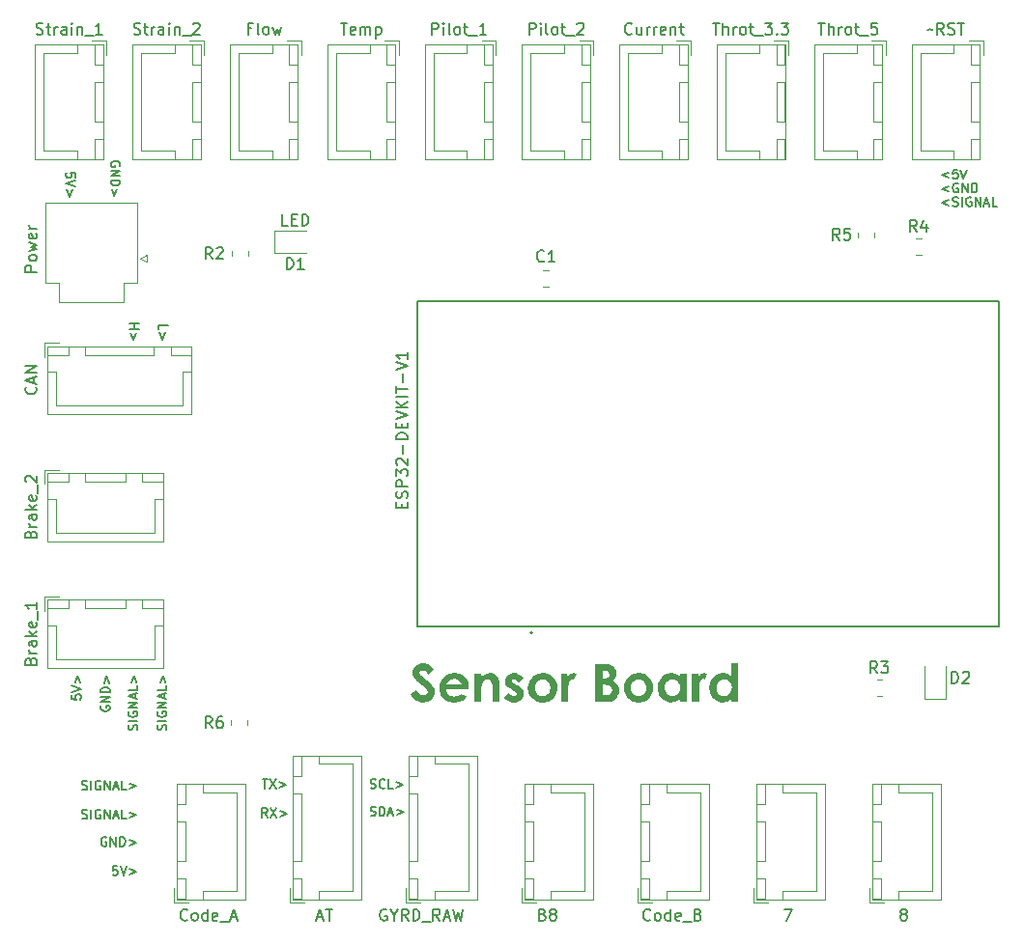
<source format=gbr>
%TF.GenerationSoftware,KiCad,Pcbnew,8.0.4*%
%TF.CreationDate,2024-09-06T13:05:26+08:00*%
%TF.ProjectId,Sensor Board,53656e73-6f72-4204-926f-6172642e6b69,rev?*%
%TF.SameCoordinates,Original*%
%TF.FileFunction,Legend,Top*%
%TF.FilePolarity,Positive*%
%FSLAX46Y46*%
G04 Gerber Fmt 4.6, Leading zero omitted, Abs format (unit mm)*
G04 Created by KiCad (PCBNEW 8.0.4) date 2024-09-06 13:05:26*
%MOMM*%
%LPD*%
G01*
G04 APERTURE LIST*
%ADD10C,0.150000*%
%ADD11C,0.558800*%
%ADD12C,0.120000*%
%ADD13C,0.127000*%
%ADD14C,0.200000*%
G04 APERTURE END LIST*
D10*
X158124784Y-75052883D02*
X157515184Y-75281483D01*
X157515184Y-75281483D02*
X158124784Y-75510083D01*
X158467684Y-75548183D02*
X158581984Y-75586283D01*
X158581984Y-75586283D02*
X158772484Y-75586283D01*
X158772484Y-75586283D02*
X158848684Y-75548183D01*
X158848684Y-75548183D02*
X158886784Y-75510083D01*
X158886784Y-75510083D02*
X158924884Y-75433883D01*
X158924884Y-75433883D02*
X158924884Y-75357683D01*
X158924884Y-75357683D02*
X158886784Y-75281483D01*
X158886784Y-75281483D02*
X158848684Y-75243383D01*
X158848684Y-75243383D02*
X158772484Y-75205283D01*
X158772484Y-75205283D02*
X158620084Y-75167183D01*
X158620084Y-75167183D02*
X158543884Y-75129083D01*
X158543884Y-75129083D02*
X158505784Y-75090983D01*
X158505784Y-75090983D02*
X158467684Y-75014783D01*
X158467684Y-75014783D02*
X158467684Y-74938583D01*
X158467684Y-74938583D02*
X158505784Y-74862383D01*
X158505784Y-74862383D02*
X158543884Y-74824283D01*
X158543884Y-74824283D02*
X158620084Y-74786183D01*
X158620084Y-74786183D02*
X158810584Y-74786183D01*
X158810584Y-74786183D02*
X158924884Y-74824283D01*
X159267784Y-75586283D02*
X159267784Y-74786183D01*
X160067884Y-74824283D02*
X159991684Y-74786183D01*
X159991684Y-74786183D02*
X159877384Y-74786183D01*
X159877384Y-74786183D02*
X159763084Y-74824283D01*
X159763084Y-74824283D02*
X159686884Y-74900483D01*
X159686884Y-74900483D02*
X159648784Y-74976683D01*
X159648784Y-74976683D02*
X159610684Y-75129083D01*
X159610684Y-75129083D02*
X159610684Y-75243383D01*
X159610684Y-75243383D02*
X159648784Y-75395783D01*
X159648784Y-75395783D02*
X159686884Y-75471983D01*
X159686884Y-75471983D02*
X159763084Y-75548183D01*
X159763084Y-75548183D02*
X159877384Y-75586283D01*
X159877384Y-75586283D02*
X159953584Y-75586283D01*
X159953584Y-75586283D02*
X160067884Y-75548183D01*
X160067884Y-75548183D02*
X160105984Y-75510083D01*
X160105984Y-75510083D02*
X160105984Y-75243383D01*
X160105984Y-75243383D02*
X159953584Y-75243383D01*
X160448884Y-75586283D02*
X160448884Y-74786183D01*
X160448884Y-74786183D02*
X160906084Y-75586283D01*
X160906084Y-75586283D02*
X160906084Y-74786183D01*
X161248984Y-75357683D02*
X161629984Y-75357683D01*
X161172784Y-75586283D02*
X161439484Y-74786183D01*
X161439484Y-74786183D02*
X161706184Y-75586283D01*
X162353884Y-75586283D02*
X161972884Y-75586283D01*
X161972884Y-75586283D02*
X161972884Y-74786183D01*
X98409384Y-129180283D02*
X98142684Y-128799283D01*
X97952184Y-129180283D02*
X97952184Y-128380183D01*
X97952184Y-128380183D02*
X98256984Y-128380183D01*
X98256984Y-128380183D02*
X98333184Y-128418283D01*
X98333184Y-128418283D02*
X98371284Y-128456383D01*
X98371284Y-128456383D02*
X98409384Y-128532583D01*
X98409384Y-128532583D02*
X98409384Y-128646883D01*
X98409384Y-128646883D02*
X98371284Y-128723083D01*
X98371284Y-128723083D02*
X98333184Y-128761183D01*
X98333184Y-128761183D02*
X98256984Y-128799283D01*
X98256984Y-128799283D02*
X97952184Y-128799283D01*
X98676084Y-128380183D02*
X99209484Y-129180283D01*
X99209484Y-128380183D02*
X98676084Y-129180283D01*
X99514284Y-128646883D02*
X100123884Y-128875483D01*
X100123884Y-128875483D02*
X99514284Y-129104083D01*
X81263183Y-118455816D02*
X81263183Y-118836816D01*
X81263183Y-118836816D02*
X81644183Y-118874916D01*
X81644183Y-118874916D02*
X81606083Y-118836816D01*
X81606083Y-118836816D02*
X81567983Y-118760616D01*
X81567983Y-118760616D02*
X81567983Y-118570116D01*
X81567983Y-118570116D02*
X81606083Y-118493916D01*
X81606083Y-118493916D02*
X81644183Y-118455816D01*
X81644183Y-118455816D02*
X81720383Y-118417716D01*
X81720383Y-118417716D02*
X81910883Y-118417716D01*
X81910883Y-118417716D02*
X81987083Y-118455816D01*
X81987083Y-118455816D02*
X82025183Y-118493916D01*
X82025183Y-118493916D02*
X82063283Y-118570116D01*
X82063283Y-118570116D02*
X82063283Y-118760616D01*
X82063283Y-118760616D02*
X82025183Y-118836816D01*
X82025183Y-118836816D02*
X81987083Y-118874916D01*
X81263183Y-118189116D02*
X82063283Y-117922416D01*
X82063283Y-117922416D02*
X81263183Y-117655716D01*
X81529883Y-117389016D02*
X81758483Y-116779416D01*
X81758483Y-116779416D02*
X81987083Y-117389016D01*
X89518183Y-121541916D02*
X89556283Y-121427616D01*
X89556283Y-121427616D02*
X89556283Y-121237116D01*
X89556283Y-121237116D02*
X89518183Y-121160916D01*
X89518183Y-121160916D02*
X89480083Y-121122816D01*
X89480083Y-121122816D02*
X89403883Y-121084716D01*
X89403883Y-121084716D02*
X89327683Y-121084716D01*
X89327683Y-121084716D02*
X89251483Y-121122816D01*
X89251483Y-121122816D02*
X89213383Y-121160916D01*
X89213383Y-121160916D02*
X89175283Y-121237116D01*
X89175283Y-121237116D02*
X89137183Y-121389516D01*
X89137183Y-121389516D02*
X89099083Y-121465716D01*
X89099083Y-121465716D02*
X89060983Y-121503816D01*
X89060983Y-121503816D02*
X88984783Y-121541916D01*
X88984783Y-121541916D02*
X88908583Y-121541916D01*
X88908583Y-121541916D02*
X88832383Y-121503816D01*
X88832383Y-121503816D02*
X88794283Y-121465716D01*
X88794283Y-121465716D02*
X88756183Y-121389516D01*
X88756183Y-121389516D02*
X88756183Y-121199016D01*
X88756183Y-121199016D02*
X88794283Y-121084716D01*
X89556283Y-120741816D02*
X88756183Y-120741816D01*
X88794283Y-119941716D02*
X88756183Y-120017916D01*
X88756183Y-120017916D02*
X88756183Y-120132216D01*
X88756183Y-120132216D02*
X88794283Y-120246516D01*
X88794283Y-120246516D02*
X88870483Y-120322716D01*
X88870483Y-120322716D02*
X88946683Y-120360816D01*
X88946683Y-120360816D02*
X89099083Y-120398916D01*
X89099083Y-120398916D02*
X89213383Y-120398916D01*
X89213383Y-120398916D02*
X89365783Y-120360816D01*
X89365783Y-120360816D02*
X89441983Y-120322716D01*
X89441983Y-120322716D02*
X89518183Y-120246516D01*
X89518183Y-120246516D02*
X89556283Y-120132216D01*
X89556283Y-120132216D02*
X89556283Y-120056016D01*
X89556283Y-120056016D02*
X89518183Y-119941716D01*
X89518183Y-119941716D02*
X89480083Y-119903616D01*
X89480083Y-119903616D02*
X89213383Y-119903616D01*
X89213383Y-119903616D02*
X89213383Y-120056016D01*
X89556283Y-119560716D02*
X88756183Y-119560716D01*
X88756183Y-119560716D02*
X89556283Y-119103516D01*
X89556283Y-119103516D02*
X88756183Y-119103516D01*
X89327683Y-118760616D02*
X89327683Y-118379616D01*
X89556283Y-118836816D02*
X88756183Y-118570116D01*
X88756183Y-118570116D02*
X89556283Y-118303416D01*
X89556283Y-117655716D02*
X89556283Y-118036716D01*
X89556283Y-118036716D02*
X88756183Y-118036716D01*
X89022883Y-117389016D02*
X89251483Y-116779416D01*
X89251483Y-116779416D02*
X89480083Y-117389016D01*
X85449717Y-72082284D02*
X85487817Y-72006084D01*
X85487817Y-72006084D02*
X85487817Y-71891784D01*
X85487817Y-71891784D02*
X85449717Y-71777484D01*
X85449717Y-71777484D02*
X85373517Y-71701284D01*
X85373517Y-71701284D02*
X85297317Y-71663184D01*
X85297317Y-71663184D02*
X85144917Y-71625084D01*
X85144917Y-71625084D02*
X85030617Y-71625084D01*
X85030617Y-71625084D02*
X84878217Y-71663184D01*
X84878217Y-71663184D02*
X84802017Y-71701284D01*
X84802017Y-71701284D02*
X84725817Y-71777484D01*
X84725817Y-71777484D02*
X84687717Y-71891784D01*
X84687717Y-71891784D02*
X84687717Y-71967984D01*
X84687717Y-71967984D02*
X84725817Y-72082284D01*
X84725817Y-72082284D02*
X84763917Y-72120384D01*
X84763917Y-72120384D02*
X85030617Y-72120384D01*
X85030617Y-72120384D02*
X85030617Y-71967984D01*
X84687717Y-72463284D02*
X85487817Y-72463284D01*
X85487817Y-72463284D02*
X84687717Y-72920484D01*
X84687717Y-72920484D02*
X85487817Y-72920484D01*
X84687717Y-73301484D02*
X85487817Y-73301484D01*
X85487817Y-73301484D02*
X85487817Y-73491984D01*
X85487817Y-73491984D02*
X85449717Y-73606284D01*
X85449717Y-73606284D02*
X85373517Y-73682484D01*
X85373517Y-73682484D02*
X85297317Y-73720584D01*
X85297317Y-73720584D02*
X85144917Y-73758684D01*
X85144917Y-73758684D02*
X85030617Y-73758684D01*
X85030617Y-73758684D02*
X84878217Y-73720584D01*
X84878217Y-73720584D02*
X84802017Y-73682484D01*
X84802017Y-73682484D02*
X84725817Y-73606284D01*
X84725817Y-73606284D02*
X84687717Y-73491984D01*
X84687717Y-73491984D02*
X84687717Y-73301484D01*
X85221117Y-74101584D02*
X84992517Y-74711184D01*
X84992517Y-74711184D02*
X84763917Y-74101584D01*
X85252184Y-133460183D02*
X84871184Y-133460183D01*
X84871184Y-133460183D02*
X84833084Y-133841183D01*
X84833084Y-133841183D02*
X84871184Y-133803083D01*
X84871184Y-133803083D02*
X84947384Y-133764983D01*
X84947384Y-133764983D02*
X85137884Y-133764983D01*
X85137884Y-133764983D02*
X85214084Y-133803083D01*
X85214084Y-133803083D02*
X85252184Y-133841183D01*
X85252184Y-133841183D02*
X85290284Y-133917383D01*
X85290284Y-133917383D02*
X85290284Y-134107883D01*
X85290284Y-134107883D02*
X85252184Y-134184083D01*
X85252184Y-134184083D02*
X85214084Y-134222183D01*
X85214084Y-134222183D02*
X85137884Y-134260283D01*
X85137884Y-134260283D02*
X84947384Y-134260283D01*
X84947384Y-134260283D02*
X84871184Y-134222183D01*
X84871184Y-134222183D02*
X84833084Y-134184083D01*
X85518884Y-133460183D02*
X85785584Y-134260283D01*
X85785584Y-134260283D02*
X86052284Y-133460183D01*
X86318984Y-133726883D02*
X86928584Y-133955483D01*
X86928584Y-133955483D02*
X86318984Y-134184083D01*
X82166084Y-126729183D02*
X82280384Y-126767283D01*
X82280384Y-126767283D02*
X82470884Y-126767283D01*
X82470884Y-126767283D02*
X82547084Y-126729183D01*
X82547084Y-126729183D02*
X82585184Y-126691083D01*
X82585184Y-126691083D02*
X82623284Y-126614883D01*
X82623284Y-126614883D02*
X82623284Y-126538683D01*
X82623284Y-126538683D02*
X82585184Y-126462483D01*
X82585184Y-126462483D02*
X82547084Y-126424383D01*
X82547084Y-126424383D02*
X82470884Y-126386283D01*
X82470884Y-126386283D02*
X82318484Y-126348183D01*
X82318484Y-126348183D02*
X82242284Y-126310083D01*
X82242284Y-126310083D02*
X82204184Y-126271983D01*
X82204184Y-126271983D02*
X82166084Y-126195783D01*
X82166084Y-126195783D02*
X82166084Y-126119583D01*
X82166084Y-126119583D02*
X82204184Y-126043383D01*
X82204184Y-126043383D02*
X82242284Y-126005283D01*
X82242284Y-126005283D02*
X82318484Y-125967183D01*
X82318484Y-125967183D02*
X82508984Y-125967183D01*
X82508984Y-125967183D02*
X82623284Y-126005283D01*
X82966184Y-126767283D02*
X82966184Y-125967183D01*
X83766284Y-126005283D02*
X83690084Y-125967183D01*
X83690084Y-125967183D02*
X83575784Y-125967183D01*
X83575784Y-125967183D02*
X83461484Y-126005283D01*
X83461484Y-126005283D02*
X83385284Y-126081483D01*
X83385284Y-126081483D02*
X83347184Y-126157683D01*
X83347184Y-126157683D02*
X83309084Y-126310083D01*
X83309084Y-126310083D02*
X83309084Y-126424383D01*
X83309084Y-126424383D02*
X83347184Y-126576783D01*
X83347184Y-126576783D02*
X83385284Y-126652983D01*
X83385284Y-126652983D02*
X83461484Y-126729183D01*
X83461484Y-126729183D02*
X83575784Y-126767283D01*
X83575784Y-126767283D02*
X83651984Y-126767283D01*
X83651984Y-126767283D02*
X83766284Y-126729183D01*
X83766284Y-126729183D02*
X83804384Y-126691083D01*
X83804384Y-126691083D02*
X83804384Y-126424383D01*
X83804384Y-126424383D02*
X83651984Y-126424383D01*
X84147284Y-126767283D02*
X84147284Y-125967183D01*
X84147284Y-125967183D02*
X84604484Y-126767283D01*
X84604484Y-126767283D02*
X84604484Y-125967183D01*
X84947384Y-126538683D02*
X85328384Y-126538683D01*
X84871184Y-126767283D02*
X85137884Y-125967183D01*
X85137884Y-125967183D02*
X85404584Y-126767283D01*
X86052284Y-126767283D02*
X85671284Y-126767283D01*
X85671284Y-126767283D02*
X85671284Y-125967183D01*
X86318984Y-126233883D02*
X86928584Y-126462483D01*
X86928584Y-126462483D02*
X86318984Y-126691083D01*
X107439084Y-129015183D02*
X107553384Y-129053283D01*
X107553384Y-129053283D02*
X107743884Y-129053283D01*
X107743884Y-129053283D02*
X107820084Y-129015183D01*
X107820084Y-129015183D02*
X107858184Y-128977083D01*
X107858184Y-128977083D02*
X107896284Y-128900883D01*
X107896284Y-128900883D02*
X107896284Y-128824683D01*
X107896284Y-128824683D02*
X107858184Y-128748483D01*
X107858184Y-128748483D02*
X107820084Y-128710383D01*
X107820084Y-128710383D02*
X107743884Y-128672283D01*
X107743884Y-128672283D02*
X107591484Y-128634183D01*
X107591484Y-128634183D02*
X107515284Y-128596083D01*
X107515284Y-128596083D02*
X107477184Y-128557983D01*
X107477184Y-128557983D02*
X107439084Y-128481783D01*
X107439084Y-128481783D02*
X107439084Y-128405583D01*
X107439084Y-128405583D02*
X107477184Y-128329383D01*
X107477184Y-128329383D02*
X107515284Y-128291283D01*
X107515284Y-128291283D02*
X107591484Y-128253183D01*
X107591484Y-128253183D02*
X107781984Y-128253183D01*
X107781984Y-128253183D02*
X107896284Y-128291283D01*
X108239184Y-129053283D02*
X108239184Y-128253183D01*
X108239184Y-128253183D02*
X108429684Y-128253183D01*
X108429684Y-128253183D02*
X108543984Y-128291283D01*
X108543984Y-128291283D02*
X108620184Y-128367483D01*
X108620184Y-128367483D02*
X108658284Y-128443683D01*
X108658284Y-128443683D02*
X108696384Y-128596083D01*
X108696384Y-128596083D02*
X108696384Y-128710383D01*
X108696384Y-128710383D02*
X108658284Y-128862783D01*
X108658284Y-128862783D02*
X108620184Y-128938983D01*
X108620184Y-128938983D02*
X108543984Y-129015183D01*
X108543984Y-129015183D02*
X108429684Y-129053283D01*
X108429684Y-129053283D02*
X108239184Y-129053283D01*
X109001184Y-128824683D02*
X109382184Y-128824683D01*
X108924984Y-129053283D02*
X109191684Y-128253183D01*
X109191684Y-128253183D02*
X109458384Y-129053283D01*
X109725084Y-128519883D02*
X110334684Y-128748483D01*
X110334684Y-128748483D02*
X109725084Y-128977083D01*
X107439084Y-126602183D02*
X107553384Y-126640283D01*
X107553384Y-126640283D02*
X107743884Y-126640283D01*
X107743884Y-126640283D02*
X107820084Y-126602183D01*
X107820084Y-126602183D02*
X107858184Y-126564083D01*
X107858184Y-126564083D02*
X107896284Y-126487883D01*
X107896284Y-126487883D02*
X107896284Y-126411683D01*
X107896284Y-126411683D02*
X107858184Y-126335483D01*
X107858184Y-126335483D02*
X107820084Y-126297383D01*
X107820084Y-126297383D02*
X107743884Y-126259283D01*
X107743884Y-126259283D02*
X107591484Y-126221183D01*
X107591484Y-126221183D02*
X107515284Y-126183083D01*
X107515284Y-126183083D02*
X107477184Y-126144983D01*
X107477184Y-126144983D02*
X107439084Y-126068783D01*
X107439084Y-126068783D02*
X107439084Y-125992583D01*
X107439084Y-125992583D02*
X107477184Y-125916383D01*
X107477184Y-125916383D02*
X107515284Y-125878283D01*
X107515284Y-125878283D02*
X107591484Y-125840183D01*
X107591484Y-125840183D02*
X107781984Y-125840183D01*
X107781984Y-125840183D02*
X107896284Y-125878283D01*
X108696384Y-126564083D02*
X108658284Y-126602183D01*
X108658284Y-126602183D02*
X108543984Y-126640283D01*
X108543984Y-126640283D02*
X108467784Y-126640283D01*
X108467784Y-126640283D02*
X108353484Y-126602183D01*
X108353484Y-126602183D02*
X108277284Y-126525983D01*
X108277284Y-126525983D02*
X108239184Y-126449783D01*
X108239184Y-126449783D02*
X108201084Y-126297383D01*
X108201084Y-126297383D02*
X108201084Y-126183083D01*
X108201084Y-126183083D02*
X108239184Y-126030683D01*
X108239184Y-126030683D02*
X108277284Y-125954483D01*
X108277284Y-125954483D02*
X108353484Y-125878283D01*
X108353484Y-125878283D02*
X108467784Y-125840183D01*
X108467784Y-125840183D02*
X108543984Y-125840183D01*
X108543984Y-125840183D02*
X108658284Y-125878283D01*
X108658284Y-125878283D02*
X108696384Y-125916383D01*
X109420284Y-126640283D02*
X109039284Y-126640283D01*
X109039284Y-126640283D02*
X109039284Y-125840183D01*
X109686984Y-126106883D02*
X110296584Y-126335483D01*
X110296584Y-126335483D02*
X109686984Y-126564083D01*
X158124784Y-73846383D02*
X157515184Y-74074983D01*
X157515184Y-74074983D02*
X158124784Y-74303583D01*
X158924884Y-73617783D02*
X158848684Y-73579683D01*
X158848684Y-73579683D02*
X158734384Y-73579683D01*
X158734384Y-73579683D02*
X158620084Y-73617783D01*
X158620084Y-73617783D02*
X158543884Y-73693983D01*
X158543884Y-73693983D02*
X158505784Y-73770183D01*
X158505784Y-73770183D02*
X158467684Y-73922583D01*
X158467684Y-73922583D02*
X158467684Y-74036883D01*
X158467684Y-74036883D02*
X158505784Y-74189283D01*
X158505784Y-74189283D02*
X158543884Y-74265483D01*
X158543884Y-74265483D02*
X158620084Y-74341683D01*
X158620084Y-74341683D02*
X158734384Y-74379783D01*
X158734384Y-74379783D02*
X158810584Y-74379783D01*
X158810584Y-74379783D02*
X158924884Y-74341683D01*
X158924884Y-74341683D02*
X158962984Y-74303583D01*
X158962984Y-74303583D02*
X158962984Y-74036883D01*
X158962984Y-74036883D02*
X158810584Y-74036883D01*
X159305884Y-74379783D02*
X159305884Y-73579683D01*
X159305884Y-73579683D02*
X159763084Y-74379783D01*
X159763084Y-74379783D02*
X159763084Y-73579683D01*
X160144084Y-74379783D02*
X160144084Y-73579683D01*
X160144084Y-73579683D02*
X160334584Y-73579683D01*
X160334584Y-73579683D02*
X160448884Y-73617783D01*
X160448884Y-73617783D02*
X160525084Y-73693983D01*
X160525084Y-73693983D02*
X160563184Y-73770183D01*
X160563184Y-73770183D02*
X160601284Y-73922583D01*
X160601284Y-73922583D02*
X160601284Y-74036883D01*
X160601284Y-74036883D02*
X160563184Y-74189283D01*
X160563184Y-74189283D02*
X160525084Y-74265483D01*
X160525084Y-74265483D02*
X160448884Y-74341683D01*
X160448884Y-74341683D02*
X160334584Y-74379783D01*
X160334584Y-74379783D02*
X160144084Y-74379783D01*
X82166084Y-129269183D02*
X82280384Y-129307283D01*
X82280384Y-129307283D02*
X82470884Y-129307283D01*
X82470884Y-129307283D02*
X82547084Y-129269183D01*
X82547084Y-129269183D02*
X82585184Y-129231083D01*
X82585184Y-129231083D02*
X82623284Y-129154883D01*
X82623284Y-129154883D02*
X82623284Y-129078683D01*
X82623284Y-129078683D02*
X82585184Y-129002483D01*
X82585184Y-129002483D02*
X82547084Y-128964383D01*
X82547084Y-128964383D02*
X82470884Y-128926283D01*
X82470884Y-128926283D02*
X82318484Y-128888183D01*
X82318484Y-128888183D02*
X82242284Y-128850083D01*
X82242284Y-128850083D02*
X82204184Y-128811983D01*
X82204184Y-128811983D02*
X82166084Y-128735783D01*
X82166084Y-128735783D02*
X82166084Y-128659583D01*
X82166084Y-128659583D02*
X82204184Y-128583383D01*
X82204184Y-128583383D02*
X82242284Y-128545283D01*
X82242284Y-128545283D02*
X82318484Y-128507183D01*
X82318484Y-128507183D02*
X82508984Y-128507183D01*
X82508984Y-128507183D02*
X82623284Y-128545283D01*
X82966184Y-129307283D02*
X82966184Y-128507183D01*
X83766284Y-128545283D02*
X83690084Y-128507183D01*
X83690084Y-128507183D02*
X83575784Y-128507183D01*
X83575784Y-128507183D02*
X83461484Y-128545283D01*
X83461484Y-128545283D02*
X83385284Y-128621483D01*
X83385284Y-128621483D02*
X83347184Y-128697683D01*
X83347184Y-128697683D02*
X83309084Y-128850083D01*
X83309084Y-128850083D02*
X83309084Y-128964383D01*
X83309084Y-128964383D02*
X83347184Y-129116783D01*
X83347184Y-129116783D02*
X83385284Y-129192983D01*
X83385284Y-129192983D02*
X83461484Y-129269183D01*
X83461484Y-129269183D02*
X83575784Y-129307283D01*
X83575784Y-129307283D02*
X83651984Y-129307283D01*
X83651984Y-129307283D02*
X83766284Y-129269183D01*
X83766284Y-129269183D02*
X83804384Y-129231083D01*
X83804384Y-129231083D02*
X83804384Y-128964383D01*
X83804384Y-128964383D02*
X83651984Y-128964383D01*
X84147284Y-129307283D02*
X84147284Y-128507183D01*
X84147284Y-128507183D02*
X84604484Y-129307283D01*
X84604484Y-129307283D02*
X84604484Y-128507183D01*
X84947384Y-129078683D02*
X85328384Y-129078683D01*
X84871184Y-129307283D02*
X85137884Y-128507183D01*
X85137884Y-128507183D02*
X85404584Y-129307283D01*
X86052284Y-129307283D02*
X85671284Y-129307283D01*
X85671284Y-129307283D02*
X85671284Y-128507183D01*
X86318984Y-128773883D02*
X86928584Y-129002483D01*
X86928584Y-129002483D02*
X86318984Y-129231083D01*
X81550817Y-73060184D02*
X81550817Y-72679184D01*
X81550817Y-72679184D02*
X81169817Y-72641084D01*
X81169817Y-72641084D02*
X81207917Y-72679184D01*
X81207917Y-72679184D02*
X81246017Y-72755384D01*
X81246017Y-72755384D02*
X81246017Y-72945884D01*
X81246017Y-72945884D02*
X81207917Y-73022084D01*
X81207917Y-73022084D02*
X81169817Y-73060184D01*
X81169817Y-73060184D02*
X81093617Y-73098284D01*
X81093617Y-73098284D02*
X80903117Y-73098284D01*
X80903117Y-73098284D02*
X80826917Y-73060184D01*
X80826917Y-73060184D02*
X80788817Y-73022084D01*
X80788817Y-73022084D02*
X80750717Y-72945884D01*
X80750717Y-72945884D02*
X80750717Y-72755384D01*
X80750717Y-72755384D02*
X80788817Y-72679184D01*
X80788817Y-72679184D02*
X80826917Y-72641084D01*
X81550817Y-73326884D02*
X80750717Y-73593584D01*
X80750717Y-73593584D02*
X81550817Y-73860284D01*
X81284117Y-74126984D02*
X81055517Y-74736584D01*
X81055517Y-74736584D02*
X80826917Y-74126984D01*
D11*
G36*
X113000939Y-116219299D02*
G01*
X112531562Y-116646739D01*
X112422855Y-116505956D01*
X112297672Y-116387402D01*
X112155637Y-116308013D01*
X112028312Y-116285431D01*
X111866208Y-116322631D01*
X111823464Y-116351564D01*
X111744505Y-116494026D01*
X111744428Y-116499151D01*
X111800882Y-116654804D01*
X111915033Y-116771227D01*
X112036221Y-116879789D01*
X112174098Y-116997852D01*
X112266227Y-117074985D01*
X112392257Y-117178843D01*
X112528982Y-117293238D01*
X112658544Y-117405595D01*
X112705764Y-117450003D01*
X112825034Y-117579504D01*
X112924932Y-117716431D01*
X112979164Y-117816149D01*
X113034295Y-117974905D01*
X113058553Y-118146319D01*
X113059813Y-118197619D01*
X113046229Y-118366695D01*
X112997436Y-118543669D01*
X112913158Y-118703304D01*
X112810305Y-118828760D01*
X112775929Y-118862167D01*
X112643785Y-118964297D01*
X112495046Y-119041343D01*
X112329714Y-119093304D01*
X112147786Y-119120180D01*
X112036377Y-119124276D01*
X111864242Y-119112985D01*
X111703499Y-119079112D01*
X111536279Y-119014014D01*
X111416187Y-118943622D01*
X111288711Y-118839988D01*
X111170812Y-118710547D01*
X111075507Y-118576115D01*
X110987534Y-118421924D01*
X110963746Y-118374240D01*
X111496836Y-118040353D01*
X111589541Y-118198224D01*
X111704219Y-118341124D01*
X111843881Y-118450000D01*
X112011965Y-118503077D01*
X112050894Y-118504892D01*
X112217838Y-118475546D01*
X112325101Y-118412145D01*
X112423245Y-118276853D01*
X112436396Y-118196006D01*
X112393066Y-118037178D01*
X112352521Y-117975028D01*
X112240385Y-117855107D01*
X112112843Y-117741851D01*
X111982343Y-117634689D01*
X111852271Y-117529114D01*
X111706622Y-117405865D01*
X111579797Y-117292303D01*
X111452454Y-117168815D01*
X111338145Y-117042377D01*
X111279083Y-116963689D01*
X111195300Y-116816080D01*
X111138979Y-116653891D01*
X111120205Y-116491893D01*
X111136688Y-116328175D01*
X111194634Y-116158453D01*
X111281168Y-116020443D01*
X111383927Y-115909607D01*
X111523903Y-115803050D01*
X111679304Y-115726937D01*
X111850129Y-115681270D01*
X112012253Y-115666285D01*
X112036377Y-115666047D01*
X112205402Y-115680151D01*
X112368708Y-115722464D01*
X112512206Y-115785408D01*
X112656965Y-115878721D01*
X112793443Y-115995565D01*
X112919684Y-116125561D01*
X113000939Y-116219299D01*
G37*
G36*
X114925503Y-116552428D02*
G01*
X115091771Y-116579186D01*
X115247406Y-116623783D01*
X115420133Y-116700847D01*
X115577550Y-116803599D01*
X115697035Y-116908848D01*
X115821193Y-117054073D01*
X115919664Y-117215743D01*
X115992447Y-117393857D01*
X116033476Y-117554848D01*
X116056666Y-117727259D01*
X116062375Y-117873410D01*
X116059955Y-117988738D01*
X114070345Y-117988738D01*
X114111158Y-118154825D01*
X114188618Y-118311321D01*
X114300194Y-118440372D01*
X114441028Y-118535878D01*
X114606257Y-118591741D01*
X114777636Y-118608122D01*
X114945286Y-118591741D01*
X115100636Y-118542595D01*
X115243687Y-118460686D01*
X115374439Y-118346013D01*
X115896238Y-118587960D01*
X115793814Y-118716142D01*
X115667018Y-118839017D01*
X115527975Y-118939309D01*
X115428474Y-118993624D01*
X115267492Y-119056781D01*
X115110793Y-119095568D01*
X114941292Y-119118024D01*
X114782475Y-119124276D01*
X114606272Y-119115396D01*
X114440584Y-119088756D01*
X114285409Y-119044355D01*
X114113079Y-118967632D01*
X113955889Y-118865334D01*
X113836463Y-118760549D01*
X113712578Y-118617384D01*
X113614325Y-118461291D01*
X113541703Y-118292268D01*
X113494713Y-118110316D01*
X113475133Y-117948814D01*
X113471929Y-117847602D01*
X113480809Y-117676605D01*
X113505924Y-117524200D01*
X114097766Y-117524200D01*
X115438152Y-117524200D01*
X115368652Y-117369228D01*
X115259754Y-117239811D01*
X115196205Y-117188700D01*
X115053154Y-117110067D01*
X114893771Y-117067727D01*
X114778443Y-117059662D01*
X114607989Y-117076815D01*
X114452593Y-117128276D01*
X114324389Y-117204830D01*
X114206440Y-117329836D01*
X114124065Y-117469107D01*
X114097766Y-117524200D01*
X113505924Y-117524200D01*
X113507450Y-117514941D01*
X113562861Y-117333263D01*
X113643847Y-117165025D01*
X113750408Y-117010226D01*
X113835656Y-116914494D01*
X113978821Y-116788417D01*
X114134914Y-116688424D01*
X114303937Y-116614517D01*
X114485889Y-116566695D01*
X114647392Y-116546769D01*
X114748603Y-116543508D01*
X114925503Y-116552428D01*
G37*
G36*
X116545462Y-116595124D02*
G01*
X117162427Y-116595124D01*
X117162427Y-116854007D01*
X117290552Y-116755527D01*
X117433905Y-116664797D01*
X117544703Y-116612060D01*
X117706765Y-116562855D01*
X117872371Y-116543776D01*
X117894720Y-116543508D01*
X118071644Y-116559537D01*
X118234655Y-116607624D01*
X118383755Y-116687769D01*
X118518943Y-116799972D01*
X118623035Y-116938591D01*
X118686962Y-117089656D01*
X118723972Y-117266933D01*
X118734276Y-117443551D01*
X118734276Y-119072661D01*
X118122150Y-119072661D01*
X118122150Y-117993577D01*
X118120259Y-117814776D01*
X118113467Y-117645211D01*
X118096062Y-117472635D01*
X118082632Y-117408065D01*
X118014665Y-117260130D01*
X117943916Y-117187087D01*
X117794632Y-117120235D01*
X117700356Y-117111277D01*
X117535128Y-117138921D01*
X117393291Y-117221854D01*
X117376147Y-117237090D01*
X117274198Y-117364994D01*
X117208006Y-117516935D01*
X117189848Y-117583880D01*
X117170166Y-117751187D01*
X117163739Y-117928489D01*
X117162427Y-118083904D01*
X117162427Y-119072661D01*
X116545462Y-119072661D01*
X116545462Y-116595124D01*
G37*
G36*
X120830343Y-116969335D02*
G01*
X120447260Y-117369354D01*
X120319147Y-117244600D01*
X120184879Y-117153870D01*
X120023047Y-117111277D01*
X119863054Y-117152905D01*
X119859329Y-117155634D01*
X119800455Y-117263704D01*
X119837554Y-117354837D01*
X119979603Y-117446063D01*
X120023047Y-117467746D01*
X120249670Y-117580654D01*
X120395917Y-117657529D01*
X120536687Y-117746142D01*
X120673097Y-117858043D01*
X120742436Y-117937123D01*
X120824017Y-118082178D01*
X120867946Y-118245151D01*
X120876313Y-118363756D01*
X120857175Y-118538092D01*
X120799759Y-118695460D01*
X120704068Y-118835857D01*
X120634366Y-118906524D01*
X120503463Y-119001790D01*
X120351893Y-119069838D01*
X120179657Y-119110666D01*
X120011998Y-119124063D01*
X119986755Y-119124276D01*
X119823444Y-119114116D01*
X119641455Y-119075102D01*
X119474719Y-119006828D01*
X119323238Y-118909293D01*
X119187010Y-118782497D01*
X119124617Y-118708127D01*
X119506087Y-118298430D01*
X119632238Y-118408675D01*
X119760937Y-118485536D01*
X119915349Y-118542923D01*
X120020627Y-118556507D01*
X120183126Y-118521066D01*
X120218217Y-118498440D01*
X120293221Y-118363756D01*
X120216970Y-118216249D01*
X120071330Y-118114046D01*
X120023047Y-118088743D01*
X119814972Y-117986319D01*
X119642345Y-117889658D01*
X119498976Y-117785673D01*
X119365556Y-117651222D01*
X119274268Y-117506224D01*
X119225113Y-117350679D01*
X119215750Y-117241122D01*
X119237803Y-117069286D01*
X119303960Y-116913674D01*
X119414222Y-116774287D01*
X119441567Y-116748357D01*
X119578478Y-116649333D01*
X119735164Y-116582718D01*
X119911627Y-116548509D01*
X120018208Y-116543508D01*
X120180102Y-116556564D01*
X120349106Y-116600587D01*
X120470649Y-116653997D01*
X120608848Y-116740745D01*
X120731800Y-116850173D01*
X120830343Y-116969335D01*
G37*
G36*
X122683052Y-116554396D02*
G01*
X122849794Y-116587059D01*
X123011293Y-116641497D01*
X123167551Y-116717710D01*
X123313072Y-116812170D01*
X123441556Y-116922155D01*
X123553002Y-117047665D01*
X123647412Y-117188700D01*
X123722920Y-117340471D01*
X123776854Y-117498191D01*
X123809214Y-117661858D01*
X123820001Y-117831473D01*
X123809164Y-118002448D01*
X123776652Y-118167779D01*
X123722466Y-118327464D01*
X123646606Y-118481503D01*
X123551994Y-118624454D01*
X123441556Y-118750871D01*
X123315290Y-118860755D01*
X123173196Y-118954106D01*
X123019761Y-119028556D01*
X122858665Y-119081734D01*
X122689907Y-119113640D01*
X122513487Y-119124276D01*
X122351433Y-119115120D01*
X122166949Y-119079962D01*
X121993352Y-119018436D01*
X121830643Y-118930541D01*
X121678821Y-118816278D01*
X121606993Y-118749258D01*
X121498955Y-118627875D01*
X121393482Y-118471819D01*
X121314376Y-118304422D01*
X121261639Y-118125684D01*
X121235271Y-117935604D01*
X121231975Y-117836312D01*
X121232309Y-117830666D01*
X121848940Y-117830666D01*
X121863931Y-118003273D01*
X121915755Y-118172163D01*
X122004595Y-118316953D01*
X122038465Y-118355691D01*
X122166763Y-118461590D01*
X122314751Y-118528267D01*
X122482428Y-118555723D01*
X122518326Y-118556507D01*
X122690257Y-118536660D01*
X122843128Y-118477118D01*
X122976939Y-118377882D01*
X123001414Y-118353272D01*
X123103060Y-118214908D01*
X123167059Y-118053862D01*
X123192471Y-117889527D01*
X123194165Y-117830666D01*
X123179173Y-117660136D01*
X123127350Y-117493104D01*
X123038510Y-117349700D01*
X123004640Y-117311287D01*
X122875948Y-117205813D01*
X122726779Y-117139403D01*
X122557132Y-117112058D01*
X122520746Y-117111277D01*
X122349745Y-117131046D01*
X122197646Y-117190351D01*
X122064449Y-117289193D01*
X122040078Y-117313706D01*
X121939282Y-117450825D01*
X121875819Y-117610154D01*
X121850620Y-117772540D01*
X121848940Y-117830666D01*
X121232309Y-117830666D01*
X121242332Y-117661282D01*
X121273402Y-117495585D01*
X121325186Y-117339222D01*
X121397683Y-117192191D01*
X121490894Y-117054493D01*
X121604819Y-116926128D01*
X121656189Y-116877395D01*
X121799523Y-116763926D01*
X121950684Y-116673933D01*
X122109669Y-116607416D01*
X122276480Y-116564376D01*
X122451117Y-116544812D01*
X122511068Y-116543508D01*
X122683052Y-116554396D01*
G37*
G36*
X124165179Y-116595124D02*
G01*
X124695849Y-116595124D01*
X124695849Y-116899977D01*
X124782162Y-116763053D01*
X124907269Y-116646263D01*
X124924892Y-116634642D01*
X125075101Y-116566292D01*
X125238617Y-116543508D01*
X125401198Y-116569558D01*
X125490242Y-116603995D01*
X125297490Y-117114503D01*
X125141321Y-117061001D01*
X125118450Y-117059662D01*
X124963900Y-117122781D01*
X124876503Y-117238703D01*
X124820485Y-117402485D01*
X124794349Y-117572718D01*
X124781570Y-117756983D01*
X124778111Y-117941155D01*
X124779724Y-118062935D01*
X124779724Y-119072661D01*
X124165179Y-119072661D01*
X124165179Y-116595124D01*
G37*
G36*
X127836472Y-115719704D02*
G01*
X128003982Y-115727246D01*
X128166692Y-115742670D01*
X128326982Y-115772157D01*
X128340377Y-115775730D01*
X128498984Y-115830778D01*
X128652470Y-115916782D01*
X128782012Y-116028935D01*
X128816206Y-116067679D01*
X128909771Y-116208153D01*
X128968683Y-116363434D01*
X128992941Y-116533522D01*
X128993634Y-116569316D01*
X128975913Y-116738443D01*
X128922751Y-116891975D01*
X128912985Y-116911268D01*
X128815225Y-117050848D01*
X128694665Y-117165224D01*
X128650875Y-117199185D01*
X128792666Y-117276708D01*
X128927720Y-117374768D01*
X129047401Y-117497190D01*
X129095251Y-117563718D01*
X129169678Y-117708114D01*
X129216540Y-117868105D01*
X129235836Y-118043690D01*
X129236387Y-118080678D01*
X129222210Y-118254735D01*
X129179681Y-118419026D01*
X129108798Y-118573550D01*
X129091219Y-118603283D01*
X128992298Y-118738890D01*
X128864564Y-118861314D01*
X128717008Y-118955719D01*
X128556844Y-119017388D01*
X128383606Y-119053361D01*
X128206481Y-119069805D01*
X128084720Y-119072661D01*
X127149998Y-119072661D01*
X127149998Y-118453276D01*
X127784705Y-118453276D01*
X127943584Y-118453276D01*
X128125044Y-118446875D01*
X128290626Y-118424369D01*
X128447892Y-118369156D01*
X128475867Y-118350852D01*
X128578695Y-118225241D01*
X128612837Y-118065365D01*
X128612970Y-118053257D01*
X128586350Y-117888630D01*
X128498140Y-117746171D01*
X128451672Y-117704047D01*
X128300758Y-117625906D01*
X128129253Y-117588338D01*
X127962108Y-117576316D01*
X127916163Y-117575815D01*
X127784705Y-117575815D01*
X127784705Y-118453276D01*
X127149998Y-118453276D01*
X127149998Y-117008046D01*
X127784705Y-117008046D01*
X127923422Y-117008046D01*
X128091786Y-116992740D01*
X128244918Y-116931875D01*
X128266986Y-116915300D01*
X128360587Y-116780892D01*
X128379088Y-116662062D01*
X128337504Y-116499126D01*
X128272632Y-116424954D01*
X128117653Y-116353873D01*
X127948423Y-116337047D01*
X127784705Y-116337047D01*
X127784705Y-117008046D01*
X127149998Y-117008046D01*
X127149998Y-115717663D01*
X127674216Y-115717663D01*
X127836472Y-115719704D01*
G37*
G36*
X131093128Y-116554396D02*
G01*
X131259870Y-116587059D01*
X131421370Y-116641497D01*
X131577627Y-116717710D01*
X131723148Y-116812170D01*
X131851632Y-116922155D01*
X131963079Y-117047665D01*
X132057489Y-117188700D01*
X132132996Y-117340471D01*
X132186930Y-117498191D01*
X132219291Y-117661858D01*
X132230078Y-117831473D01*
X132219240Y-118002448D01*
X132186729Y-118167779D01*
X132132543Y-118327464D01*
X132056682Y-118481503D01*
X131962071Y-118624454D01*
X131851632Y-118750871D01*
X131725366Y-118860755D01*
X131583273Y-118954106D01*
X131429838Y-119028556D01*
X131268742Y-119081734D01*
X131099984Y-119113640D01*
X130923564Y-119124276D01*
X130761510Y-119115120D01*
X130577025Y-119079962D01*
X130403428Y-119018436D01*
X130240719Y-118930541D01*
X130088897Y-118816278D01*
X130017069Y-118749258D01*
X129909032Y-118627875D01*
X129803558Y-118471819D01*
X129724453Y-118304422D01*
X129671716Y-118125684D01*
X129645348Y-117935604D01*
X129642051Y-117836312D01*
X129642385Y-117830666D01*
X130259016Y-117830666D01*
X130274008Y-118003273D01*
X130325831Y-118172163D01*
X130414671Y-118316953D01*
X130448541Y-118355691D01*
X130576839Y-118461590D01*
X130724827Y-118528267D01*
X130892505Y-118555723D01*
X130928403Y-118556507D01*
X131100333Y-118536660D01*
X131253204Y-118477118D01*
X131387015Y-118377882D01*
X131411490Y-118353272D01*
X131513136Y-118214908D01*
X131577136Y-118053862D01*
X131602547Y-117889527D01*
X131604241Y-117830666D01*
X131589250Y-117660136D01*
X131537426Y-117493104D01*
X131448586Y-117349700D01*
X131414716Y-117311287D01*
X131286024Y-117205813D01*
X131136855Y-117139403D01*
X130967209Y-117112058D01*
X130930822Y-117111277D01*
X130759821Y-117131046D01*
X130607722Y-117190351D01*
X130474525Y-117289193D01*
X130450154Y-117313706D01*
X130349359Y-117450825D01*
X130285895Y-117610154D01*
X130260696Y-117772540D01*
X130259016Y-117830666D01*
X129642385Y-117830666D01*
X129652408Y-117661282D01*
X129683479Y-117495585D01*
X129735263Y-117339222D01*
X129807760Y-117192191D01*
X129900971Y-117054493D01*
X130014896Y-116926128D01*
X130066265Y-116877395D01*
X130209600Y-116763926D01*
X130360760Y-116673933D01*
X130519746Y-116607416D01*
X130686557Y-116564376D01*
X130861193Y-116544812D01*
X130921144Y-116543508D01*
X131093128Y-116554396D01*
G37*
G36*
X133929037Y-116555076D02*
G01*
X134096735Y-116593717D01*
X134183396Y-116625770D01*
X134337047Y-116705662D01*
X134470137Y-116803745D01*
X134543897Y-116871750D01*
X134543897Y-116595124D01*
X135160862Y-116595124D01*
X135160862Y-119072661D01*
X134543897Y-119072661D01*
X134543897Y-118804906D01*
X134418952Y-118910193D01*
X134282215Y-118999619D01*
X134179364Y-119049272D01*
X134014014Y-119100544D01*
X133849971Y-119122445D01*
X133784184Y-119124276D01*
X133609377Y-119111318D01*
X133443643Y-119072446D01*
X133286983Y-119007659D01*
X133139395Y-118916958D01*
X133000880Y-118800341D01*
X132956725Y-118755710D01*
X132838048Y-118610929D01*
X132743925Y-118453617D01*
X132674356Y-118283772D01*
X132629340Y-118101395D01*
X132610584Y-117939841D01*
X132607515Y-117838731D01*
X132607977Y-117829053D01*
X133224480Y-117829053D01*
X133239790Y-117998860D01*
X133292716Y-118166585D01*
X133383446Y-118312257D01*
X133418037Y-118351659D01*
X133548178Y-118459684D01*
X133695646Y-118527700D01*
X133860441Y-118555707D01*
X133895479Y-118556507D01*
X134068685Y-118536817D01*
X134222360Y-118477748D01*
X134356502Y-118379300D01*
X134380986Y-118354885D01*
X134482632Y-118216742D01*
X134546631Y-118054341D01*
X134572043Y-117887440D01*
X134573737Y-117827440D01*
X134558490Y-117657038D01*
X134505785Y-117490447D01*
X134415433Y-117347799D01*
X134380986Y-117309674D01*
X134250514Y-117205050D01*
X134100038Y-117139177D01*
X133929556Y-117112052D01*
X133893060Y-117111277D01*
X133722641Y-117130967D01*
X133571283Y-117190036D01*
X133438984Y-117288484D01*
X133414811Y-117312900D01*
X133314441Y-117449940D01*
X133251245Y-117609033D01*
X133226152Y-117771071D01*
X133224480Y-117829053D01*
X132607977Y-117829053D01*
X132615765Y-117666072D01*
X132640515Y-117503455D01*
X132691995Y-117321569D01*
X132767234Y-117154144D01*
X132866234Y-117001179D01*
X132945434Y-116907235D01*
X133077257Y-116783625D01*
X133219288Y-116685589D01*
X133371525Y-116613128D01*
X133533970Y-116566241D01*
X133706622Y-116544929D01*
X133766441Y-116543508D01*
X133929037Y-116555076D01*
G37*
G36*
X135627013Y-116595124D02*
G01*
X136157683Y-116595124D01*
X136157683Y-116899977D01*
X136243997Y-116763053D01*
X136369103Y-116646263D01*
X136386726Y-116634642D01*
X136536935Y-116566292D01*
X136700451Y-116543508D01*
X136863033Y-116569558D01*
X136952076Y-116603995D01*
X136759325Y-117114503D01*
X136603155Y-117061001D01*
X136580284Y-117059662D01*
X136425734Y-117122781D01*
X136338337Y-117238703D01*
X136282319Y-117402485D01*
X136256184Y-117572718D01*
X136243404Y-117756983D01*
X136239945Y-117941155D01*
X136241558Y-118062935D01*
X136241558Y-119072661D01*
X135627013Y-119072661D01*
X135627013Y-116595124D01*
G37*
G36*
X139690109Y-119072661D02*
G01*
X139073144Y-119072661D01*
X139073144Y-118804906D01*
X138948200Y-118910193D01*
X138811462Y-118999619D01*
X138708611Y-119049272D01*
X138543261Y-119100544D01*
X138379218Y-119122445D01*
X138313431Y-119124276D01*
X138138624Y-119111318D01*
X137972890Y-119072446D01*
X137816230Y-119007659D01*
X137668642Y-118916958D01*
X137530127Y-118800341D01*
X137485972Y-118755710D01*
X137367295Y-118610929D01*
X137273172Y-118453617D01*
X137203603Y-118283772D01*
X137158588Y-118101395D01*
X137139831Y-117939841D01*
X137136762Y-117838731D01*
X137137224Y-117829053D01*
X137753727Y-117829053D01*
X137769037Y-117998860D01*
X137821963Y-118166585D01*
X137912693Y-118312257D01*
X137947284Y-118351659D01*
X138077425Y-118459684D01*
X138224893Y-118527700D01*
X138389688Y-118555707D01*
X138424726Y-118556507D01*
X138597933Y-118536817D01*
X138751607Y-118477748D01*
X138885749Y-118379300D01*
X138910233Y-118354885D01*
X139011879Y-118216742D01*
X139075879Y-118054341D01*
X139101290Y-117887440D01*
X139102984Y-117827440D01*
X139087737Y-117657038D01*
X139035032Y-117490447D01*
X138944680Y-117347799D01*
X138910233Y-117309674D01*
X138779761Y-117205050D01*
X138629285Y-117139177D01*
X138458804Y-117112052D01*
X138422307Y-117111277D01*
X138251889Y-117130967D01*
X138100530Y-117190036D01*
X137968231Y-117288484D01*
X137944058Y-117312900D01*
X137843688Y-117449940D01*
X137780492Y-117609033D01*
X137755400Y-117771071D01*
X137753727Y-117829053D01*
X137137224Y-117829053D01*
X137145012Y-117666072D01*
X137169762Y-117503455D01*
X137221242Y-117321569D01*
X137296482Y-117154144D01*
X137395481Y-117001179D01*
X137474681Y-116907235D01*
X137606505Y-116783625D01*
X137748535Y-116685589D01*
X137900773Y-116613128D01*
X138063217Y-116566241D01*
X138235869Y-116544929D01*
X138295688Y-116543508D01*
X138458284Y-116555190D01*
X138625983Y-116594209D01*
X138712643Y-116626577D01*
X138866294Y-116707912D01*
X138999384Y-116807564D01*
X139073144Y-116876589D01*
X139073144Y-115666047D01*
X139690109Y-115666047D01*
X139690109Y-119072661D01*
G37*
D10*
X86338717Y-85887184D02*
X87138817Y-85887184D01*
X86757817Y-85887184D02*
X86757817Y-86344384D01*
X86338717Y-86344384D02*
X87138817Y-86344384D01*
X86872117Y-86725384D02*
X86643517Y-87334984D01*
X86643517Y-87334984D02*
X86414917Y-86725384D01*
X86978183Y-121541916D02*
X87016283Y-121427616D01*
X87016283Y-121427616D02*
X87016283Y-121237116D01*
X87016283Y-121237116D02*
X86978183Y-121160916D01*
X86978183Y-121160916D02*
X86940083Y-121122816D01*
X86940083Y-121122816D02*
X86863883Y-121084716D01*
X86863883Y-121084716D02*
X86787683Y-121084716D01*
X86787683Y-121084716D02*
X86711483Y-121122816D01*
X86711483Y-121122816D02*
X86673383Y-121160916D01*
X86673383Y-121160916D02*
X86635283Y-121237116D01*
X86635283Y-121237116D02*
X86597183Y-121389516D01*
X86597183Y-121389516D02*
X86559083Y-121465716D01*
X86559083Y-121465716D02*
X86520983Y-121503816D01*
X86520983Y-121503816D02*
X86444783Y-121541916D01*
X86444783Y-121541916D02*
X86368583Y-121541916D01*
X86368583Y-121541916D02*
X86292383Y-121503816D01*
X86292383Y-121503816D02*
X86254283Y-121465716D01*
X86254283Y-121465716D02*
X86216183Y-121389516D01*
X86216183Y-121389516D02*
X86216183Y-121199016D01*
X86216183Y-121199016D02*
X86254283Y-121084716D01*
X87016283Y-120741816D02*
X86216183Y-120741816D01*
X86254283Y-119941716D02*
X86216183Y-120017916D01*
X86216183Y-120017916D02*
X86216183Y-120132216D01*
X86216183Y-120132216D02*
X86254283Y-120246516D01*
X86254283Y-120246516D02*
X86330483Y-120322716D01*
X86330483Y-120322716D02*
X86406683Y-120360816D01*
X86406683Y-120360816D02*
X86559083Y-120398916D01*
X86559083Y-120398916D02*
X86673383Y-120398916D01*
X86673383Y-120398916D02*
X86825783Y-120360816D01*
X86825783Y-120360816D02*
X86901983Y-120322716D01*
X86901983Y-120322716D02*
X86978183Y-120246516D01*
X86978183Y-120246516D02*
X87016283Y-120132216D01*
X87016283Y-120132216D02*
X87016283Y-120056016D01*
X87016283Y-120056016D02*
X86978183Y-119941716D01*
X86978183Y-119941716D02*
X86940083Y-119903616D01*
X86940083Y-119903616D02*
X86673383Y-119903616D01*
X86673383Y-119903616D02*
X86673383Y-120056016D01*
X87016283Y-119560716D02*
X86216183Y-119560716D01*
X86216183Y-119560716D02*
X87016283Y-119103516D01*
X87016283Y-119103516D02*
X86216183Y-119103516D01*
X86787683Y-118760616D02*
X86787683Y-118379616D01*
X87016283Y-118836816D02*
X86216183Y-118570116D01*
X86216183Y-118570116D02*
X87016283Y-118303416D01*
X87016283Y-117655716D02*
X87016283Y-118036716D01*
X87016283Y-118036716D02*
X86216183Y-118036716D01*
X86482883Y-117389016D02*
X86711483Y-116779416D01*
X86711483Y-116779416D02*
X86940083Y-117389016D01*
X158124784Y-72639883D02*
X157515184Y-72868483D01*
X157515184Y-72868483D02*
X158124784Y-73097083D01*
X158886784Y-72373183D02*
X158505784Y-72373183D01*
X158505784Y-72373183D02*
X158467684Y-72754183D01*
X158467684Y-72754183D02*
X158505784Y-72716083D01*
X158505784Y-72716083D02*
X158581984Y-72677983D01*
X158581984Y-72677983D02*
X158772484Y-72677983D01*
X158772484Y-72677983D02*
X158848684Y-72716083D01*
X158848684Y-72716083D02*
X158886784Y-72754183D01*
X158886784Y-72754183D02*
X158924884Y-72830383D01*
X158924884Y-72830383D02*
X158924884Y-73020883D01*
X158924884Y-73020883D02*
X158886784Y-73097083D01*
X158886784Y-73097083D02*
X158848684Y-73135183D01*
X158848684Y-73135183D02*
X158772484Y-73173283D01*
X158772484Y-73173283D02*
X158581984Y-73173283D01*
X158581984Y-73173283D02*
X158505784Y-73135183D01*
X158505784Y-73135183D02*
X158467684Y-73097083D01*
X159153484Y-72373183D02*
X159420184Y-73173283D01*
X159420184Y-73173283D02*
X159686884Y-72373183D01*
X83841283Y-119433716D02*
X83803183Y-119509916D01*
X83803183Y-119509916D02*
X83803183Y-119624216D01*
X83803183Y-119624216D02*
X83841283Y-119738516D01*
X83841283Y-119738516D02*
X83917483Y-119814716D01*
X83917483Y-119814716D02*
X83993683Y-119852816D01*
X83993683Y-119852816D02*
X84146083Y-119890916D01*
X84146083Y-119890916D02*
X84260383Y-119890916D01*
X84260383Y-119890916D02*
X84412783Y-119852816D01*
X84412783Y-119852816D02*
X84488983Y-119814716D01*
X84488983Y-119814716D02*
X84565183Y-119738516D01*
X84565183Y-119738516D02*
X84603283Y-119624216D01*
X84603283Y-119624216D02*
X84603283Y-119548016D01*
X84603283Y-119548016D02*
X84565183Y-119433716D01*
X84565183Y-119433716D02*
X84527083Y-119395616D01*
X84527083Y-119395616D02*
X84260383Y-119395616D01*
X84260383Y-119395616D02*
X84260383Y-119548016D01*
X84603283Y-119052716D02*
X83803183Y-119052716D01*
X83803183Y-119052716D02*
X84603283Y-118595516D01*
X84603283Y-118595516D02*
X83803183Y-118595516D01*
X84603283Y-118214516D02*
X83803183Y-118214516D01*
X83803183Y-118214516D02*
X83803183Y-118024016D01*
X83803183Y-118024016D02*
X83841283Y-117909716D01*
X83841283Y-117909716D02*
X83917483Y-117833516D01*
X83917483Y-117833516D02*
X83993683Y-117795416D01*
X83993683Y-117795416D02*
X84146083Y-117757316D01*
X84146083Y-117757316D02*
X84260383Y-117757316D01*
X84260383Y-117757316D02*
X84412783Y-117795416D01*
X84412783Y-117795416D02*
X84488983Y-117833516D01*
X84488983Y-117833516D02*
X84565183Y-117909716D01*
X84565183Y-117909716D02*
X84603283Y-118024016D01*
X84603283Y-118024016D02*
X84603283Y-118214516D01*
X84069883Y-117414416D02*
X84298483Y-116804816D01*
X84298483Y-116804816D02*
X84527083Y-117414416D01*
X88878717Y-86395184D02*
X88878717Y-86014184D01*
X88878717Y-86014184D02*
X89678817Y-86014184D01*
X89412117Y-86661884D02*
X89183517Y-87271484D01*
X89183517Y-87271484D02*
X88954917Y-86661884D01*
X84274284Y-130958283D02*
X84198084Y-130920183D01*
X84198084Y-130920183D02*
X84083784Y-130920183D01*
X84083784Y-130920183D02*
X83969484Y-130958283D01*
X83969484Y-130958283D02*
X83893284Y-131034483D01*
X83893284Y-131034483D02*
X83855184Y-131110683D01*
X83855184Y-131110683D02*
X83817084Y-131263083D01*
X83817084Y-131263083D02*
X83817084Y-131377383D01*
X83817084Y-131377383D02*
X83855184Y-131529783D01*
X83855184Y-131529783D02*
X83893284Y-131605983D01*
X83893284Y-131605983D02*
X83969484Y-131682183D01*
X83969484Y-131682183D02*
X84083784Y-131720283D01*
X84083784Y-131720283D02*
X84159984Y-131720283D01*
X84159984Y-131720283D02*
X84274284Y-131682183D01*
X84274284Y-131682183D02*
X84312384Y-131644083D01*
X84312384Y-131644083D02*
X84312384Y-131377383D01*
X84312384Y-131377383D02*
X84159984Y-131377383D01*
X84655284Y-131720283D02*
X84655284Y-130920183D01*
X84655284Y-130920183D02*
X85112484Y-131720283D01*
X85112484Y-131720283D02*
X85112484Y-130920183D01*
X85493484Y-131720283D02*
X85493484Y-130920183D01*
X85493484Y-130920183D02*
X85683984Y-130920183D01*
X85683984Y-130920183D02*
X85798284Y-130958283D01*
X85798284Y-130958283D02*
X85874484Y-131034483D01*
X85874484Y-131034483D02*
X85912584Y-131110683D01*
X85912584Y-131110683D02*
X85950684Y-131263083D01*
X85950684Y-131263083D02*
X85950684Y-131377383D01*
X85950684Y-131377383D02*
X85912584Y-131529783D01*
X85912584Y-131529783D02*
X85874484Y-131605983D01*
X85874484Y-131605983D02*
X85798284Y-131682183D01*
X85798284Y-131682183D02*
X85683984Y-131720283D01*
X85683984Y-131720283D02*
X85493484Y-131720283D01*
X86293584Y-131186883D02*
X86903184Y-131415483D01*
X86903184Y-131415483D02*
X86293584Y-131644083D01*
X97964884Y-125840183D02*
X98422084Y-125840183D01*
X98193484Y-126640283D02*
X98193484Y-125840183D01*
X98612584Y-125840183D02*
X99145984Y-126640283D01*
X99145984Y-125840183D02*
X98612584Y-126640283D01*
X99450784Y-126106883D02*
X100060384Y-126335483D01*
X100060384Y-126335483D02*
X99450784Y-126564083D01*
X143684667Y-137249819D02*
X144351333Y-137249819D01*
X144351333Y-137249819D02*
X143922762Y-138249819D01*
X131953237Y-138154580D02*
X131905618Y-138202200D01*
X131905618Y-138202200D02*
X131762761Y-138249819D01*
X131762761Y-138249819D02*
X131667523Y-138249819D01*
X131667523Y-138249819D02*
X131524666Y-138202200D01*
X131524666Y-138202200D02*
X131429428Y-138106961D01*
X131429428Y-138106961D02*
X131381809Y-138011723D01*
X131381809Y-138011723D02*
X131334190Y-137821247D01*
X131334190Y-137821247D02*
X131334190Y-137678390D01*
X131334190Y-137678390D02*
X131381809Y-137487914D01*
X131381809Y-137487914D02*
X131429428Y-137392676D01*
X131429428Y-137392676D02*
X131524666Y-137297438D01*
X131524666Y-137297438D02*
X131667523Y-137249819D01*
X131667523Y-137249819D02*
X131762761Y-137249819D01*
X131762761Y-137249819D02*
X131905618Y-137297438D01*
X131905618Y-137297438D02*
X131953237Y-137345057D01*
X132524666Y-138249819D02*
X132429428Y-138202200D01*
X132429428Y-138202200D02*
X132381809Y-138154580D01*
X132381809Y-138154580D02*
X132334190Y-138059342D01*
X132334190Y-138059342D02*
X132334190Y-137773628D01*
X132334190Y-137773628D02*
X132381809Y-137678390D01*
X132381809Y-137678390D02*
X132429428Y-137630771D01*
X132429428Y-137630771D02*
X132524666Y-137583152D01*
X132524666Y-137583152D02*
X132667523Y-137583152D01*
X132667523Y-137583152D02*
X132762761Y-137630771D01*
X132762761Y-137630771D02*
X132810380Y-137678390D01*
X132810380Y-137678390D02*
X132857999Y-137773628D01*
X132857999Y-137773628D02*
X132857999Y-138059342D01*
X132857999Y-138059342D02*
X132810380Y-138154580D01*
X132810380Y-138154580D02*
X132762761Y-138202200D01*
X132762761Y-138202200D02*
X132667523Y-138249819D01*
X132667523Y-138249819D02*
X132524666Y-138249819D01*
X133715142Y-138249819D02*
X133715142Y-137249819D01*
X133715142Y-138202200D02*
X133619904Y-138249819D01*
X133619904Y-138249819D02*
X133429428Y-138249819D01*
X133429428Y-138249819D02*
X133334190Y-138202200D01*
X133334190Y-138202200D02*
X133286571Y-138154580D01*
X133286571Y-138154580D02*
X133238952Y-138059342D01*
X133238952Y-138059342D02*
X133238952Y-137773628D01*
X133238952Y-137773628D02*
X133286571Y-137678390D01*
X133286571Y-137678390D02*
X133334190Y-137630771D01*
X133334190Y-137630771D02*
X133429428Y-137583152D01*
X133429428Y-137583152D02*
X133619904Y-137583152D01*
X133619904Y-137583152D02*
X133715142Y-137630771D01*
X134572285Y-138202200D02*
X134477047Y-138249819D01*
X134477047Y-138249819D02*
X134286571Y-138249819D01*
X134286571Y-138249819D02*
X134191333Y-138202200D01*
X134191333Y-138202200D02*
X134143714Y-138106961D01*
X134143714Y-138106961D02*
X134143714Y-137726009D01*
X134143714Y-137726009D02*
X134191333Y-137630771D01*
X134191333Y-137630771D02*
X134286571Y-137583152D01*
X134286571Y-137583152D02*
X134477047Y-137583152D01*
X134477047Y-137583152D02*
X134572285Y-137630771D01*
X134572285Y-137630771D02*
X134619904Y-137726009D01*
X134619904Y-137726009D02*
X134619904Y-137821247D01*
X134619904Y-137821247D02*
X134143714Y-137916485D01*
X134810381Y-138345057D02*
X135572285Y-138345057D01*
X136143714Y-137726009D02*
X136286571Y-137773628D01*
X136286571Y-137773628D02*
X136334190Y-137821247D01*
X136334190Y-137821247D02*
X136381809Y-137916485D01*
X136381809Y-137916485D02*
X136381809Y-138059342D01*
X136381809Y-138059342D02*
X136334190Y-138154580D01*
X136334190Y-138154580D02*
X136286571Y-138202200D01*
X136286571Y-138202200D02*
X136191333Y-138249819D01*
X136191333Y-138249819D02*
X135810381Y-138249819D01*
X135810381Y-138249819D02*
X135810381Y-137249819D01*
X135810381Y-137249819D02*
X136143714Y-137249819D01*
X136143714Y-137249819D02*
X136238952Y-137297438D01*
X136238952Y-137297438D02*
X136286571Y-137345057D01*
X136286571Y-137345057D02*
X136334190Y-137440295D01*
X136334190Y-137440295D02*
X136334190Y-137535533D01*
X136334190Y-137535533D02*
X136286571Y-137630771D01*
X136286571Y-137630771D02*
X136238952Y-137678390D01*
X136238952Y-137678390D02*
X136143714Y-137726009D01*
X136143714Y-137726009D02*
X135810381Y-137726009D01*
X122642333Y-80369580D02*
X122594714Y-80417200D01*
X122594714Y-80417200D02*
X122451857Y-80464819D01*
X122451857Y-80464819D02*
X122356619Y-80464819D01*
X122356619Y-80464819D02*
X122213762Y-80417200D01*
X122213762Y-80417200D02*
X122118524Y-80321961D01*
X122118524Y-80321961D02*
X122070905Y-80226723D01*
X122070905Y-80226723D02*
X122023286Y-80036247D01*
X122023286Y-80036247D02*
X122023286Y-79893390D01*
X122023286Y-79893390D02*
X122070905Y-79702914D01*
X122070905Y-79702914D02*
X122118524Y-79607676D01*
X122118524Y-79607676D02*
X122213762Y-79512438D01*
X122213762Y-79512438D02*
X122356619Y-79464819D01*
X122356619Y-79464819D02*
X122451857Y-79464819D01*
X122451857Y-79464819D02*
X122594714Y-79512438D01*
X122594714Y-79512438D02*
X122642333Y-79560057D01*
X123594714Y-80464819D02*
X123023286Y-80464819D01*
X123309000Y-80464819D02*
X123309000Y-79464819D01*
X123309000Y-79464819D02*
X123213762Y-79607676D01*
X123213762Y-79607676D02*
X123118524Y-79702914D01*
X123118524Y-79702914D02*
X123023286Y-79750533D01*
X156241952Y-60144866D02*
X156289571Y-60097247D01*
X156289571Y-60097247D02*
X156384809Y-60049628D01*
X156384809Y-60049628D02*
X156575285Y-60144866D01*
X156575285Y-60144866D02*
X156670523Y-60097247D01*
X156670523Y-60097247D02*
X156718142Y-60049628D01*
X157670523Y-60525819D02*
X157337190Y-60049628D01*
X157099095Y-60525819D02*
X157099095Y-59525819D01*
X157099095Y-59525819D02*
X157480047Y-59525819D01*
X157480047Y-59525819D02*
X157575285Y-59573438D01*
X157575285Y-59573438D02*
X157622904Y-59621057D01*
X157622904Y-59621057D02*
X157670523Y-59716295D01*
X157670523Y-59716295D02*
X157670523Y-59859152D01*
X157670523Y-59859152D02*
X157622904Y-59954390D01*
X157622904Y-59954390D02*
X157575285Y-60002009D01*
X157575285Y-60002009D02*
X157480047Y-60049628D01*
X157480047Y-60049628D02*
X157099095Y-60049628D01*
X158051476Y-60478200D02*
X158194333Y-60525819D01*
X158194333Y-60525819D02*
X158432428Y-60525819D01*
X158432428Y-60525819D02*
X158527666Y-60478200D01*
X158527666Y-60478200D02*
X158575285Y-60430580D01*
X158575285Y-60430580D02*
X158622904Y-60335342D01*
X158622904Y-60335342D02*
X158622904Y-60240104D01*
X158622904Y-60240104D02*
X158575285Y-60144866D01*
X158575285Y-60144866D02*
X158527666Y-60097247D01*
X158527666Y-60097247D02*
X158432428Y-60049628D01*
X158432428Y-60049628D02*
X158241952Y-60002009D01*
X158241952Y-60002009D02*
X158146714Y-59954390D01*
X158146714Y-59954390D02*
X158099095Y-59906771D01*
X158099095Y-59906771D02*
X158051476Y-59811533D01*
X158051476Y-59811533D02*
X158051476Y-59716295D01*
X158051476Y-59716295D02*
X158099095Y-59621057D01*
X158099095Y-59621057D02*
X158146714Y-59573438D01*
X158146714Y-59573438D02*
X158241952Y-59525819D01*
X158241952Y-59525819D02*
X158480047Y-59525819D01*
X158480047Y-59525819D02*
X158622904Y-59573438D01*
X158908619Y-59525819D02*
X159480047Y-59525819D01*
X159194333Y-60525819D02*
X159194333Y-59525819D01*
X78083580Y-91447857D02*
X78131200Y-91495476D01*
X78131200Y-91495476D02*
X78178819Y-91638333D01*
X78178819Y-91638333D02*
X78178819Y-91733571D01*
X78178819Y-91733571D02*
X78131200Y-91876428D01*
X78131200Y-91876428D02*
X78035961Y-91971666D01*
X78035961Y-91971666D02*
X77940723Y-92019285D01*
X77940723Y-92019285D02*
X77750247Y-92066904D01*
X77750247Y-92066904D02*
X77607390Y-92066904D01*
X77607390Y-92066904D02*
X77416914Y-92019285D01*
X77416914Y-92019285D02*
X77321676Y-91971666D01*
X77321676Y-91971666D02*
X77226438Y-91876428D01*
X77226438Y-91876428D02*
X77178819Y-91733571D01*
X77178819Y-91733571D02*
X77178819Y-91638333D01*
X77178819Y-91638333D02*
X77226438Y-91495476D01*
X77226438Y-91495476D02*
X77274057Y-91447857D01*
X77893104Y-91066904D02*
X77893104Y-90590714D01*
X78178819Y-91162142D02*
X77178819Y-90828809D01*
X77178819Y-90828809D02*
X78178819Y-90495476D01*
X78178819Y-90162142D02*
X77178819Y-90162142D01*
X77178819Y-90162142D02*
X78178819Y-89590714D01*
X78178819Y-89590714D02*
X77178819Y-89590714D01*
X93559333Y-121358819D02*
X93226000Y-120882628D01*
X92987905Y-121358819D02*
X92987905Y-120358819D01*
X92987905Y-120358819D02*
X93368857Y-120358819D01*
X93368857Y-120358819D02*
X93464095Y-120406438D01*
X93464095Y-120406438D02*
X93511714Y-120454057D01*
X93511714Y-120454057D02*
X93559333Y-120549295D01*
X93559333Y-120549295D02*
X93559333Y-120692152D01*
X93559333Y-120692152D02*
X93511714Y-120787390D01*
X93511714Y-120787390D02*
X93464095Y-120835009D01*
X93464095Y-120835009D02*
X93368857Y-120882628D01*
X93368857Y-120882628D02*
X92987905Y-120882628D01*
X94416476Y-120358819D02*
X94226000Y-120358819D01*
X94226000Y-120358819D02*
X94130762Y-120406438D01*
X94130762Y-120406438D02*
X94083143Y-120454057D01*
X94083143Y-120454057D02*
X93987905Y-120596914D01*
X93987905Y-120596914D02*
X93940286Y-120787390D01*
X93940286Y-120787390D02*
X93940286Y-121168342D01*
X93940286Y-121168342D02*
X93987905Y-121263580D01*
X93987905Y-121263580D02*
X94035524Y-121311200D01*
X94035524Y-121311200D02*
X94130762Y-121358819D01*
X94130762Y-121358819D02*
X94321238Y-121358819D01*
X94321238Y-121358819D02*
X94416476Y-121311200D01*
X94416476Y-121311200D02*
X94464095Y-121263580D01*
X94464095Y-121263580D02*
X94511714Y-121168342D01*
X94511714Y-121168342D02*
X94511714Y-120930247D01*
X94511714Y-120930247D02*
X94464095Y-120835009D01*
X94464095Y-120835009D02*
X94416476Y-120787390D01*
X94416476Y-120787390D02*
X94321238Y-120739771D01*
X94321238Y-120739771D02*
X94130762Y-120739771D01*
X94130762Y-120739771D02*
X94035524Y-120787390D01*
X94035524Y-120787390D02*
X93987905Y-120835009D01*
X93987905Y-120835009D02*
X93940286Y-120930247D01*
X104815666Y-59525819D02*
X105387094Y-59525819D01*
X105101380Y-60525819D02*
X105101380Y-59525819D01*
X106101380Y-60478200D02*
X106006142Y-60525819D01*
X106006142Y-60525819D02*
X105815666Y-60525819D01*
X105815666Y-60525819D02*
X105720428Y-60478200D01*
X105720428Y-60478200D02*
X105672809Y-60382961D01*
X105672809Y-60382961D02*
X105672809Y-60002009D01*
X105672809Y-60002009D02*
X105720428Y-59906771D01*
X105720428Y-59906771D02*
X105815666Y-59859152D01*
X105815666Y-59859152D02*
X106006142Y-59859152D01*
X106006142Y-59859152D02*
X106101380Y-59906771D01*
X106101380Y-59906771D02*
X106148999Y-60002009D01*
X106148999Y-60002009D02*
X106148999Y-60097247D01*
X106148999Y-60097247D02*
X105672809Y-60192485D01*
X106577571Y-60525819D02*
X106577571Y-59859152D01*
X106577571Y-59954390D02*
X106625190Y-59906771D01*
X106625190Y-59906771D02*
X106720428Y-59859152D01*
X106720428Y-59859152D02*
X106863285Y-59859152D01*
X106863285Y-59859152D02*
X106958523Y-59906771D01*
X106958523Y-59906771D02*
X107006142Y-60002009D01*
X107006142Y-60002009D02*
X107006142Y-60525819D01*
X107006142Y-60002009D02*
X107053761Y-59906771D01*
X107053761Y-59906771D02*
X107148999Y-59859152D01*
X107148999Y-59859152D02*
X107291856Y-59859152D01*
X107291856Y-59859152D02*
X107387095Y-59906771D01*
X107387095Y-59906771D02*
X107434714Y-60002009D01*
X107434714Y-60002009D02*
X107434714Y-60525819D01*
X107910904Y-59859152D02*
X107910904Y-60859152D01*
X107910904Y-59906771D02*
X108006142Y-59859152D01*
X108006142Y-59859152D02*
X108196618Y-59859152D01*
X108196618Y-59859152D02*
X108291856Y-59906771D01*
X108291856Y-59906771D02*
X108339475Y-59954390D01*
X108339475Y-59954390D02*
X108387094Y-60049628D01*
X108387094Y-60049628D02*
X108387094Y-60335342D01*
X108387094Y-60335342D02*
X108339475Y-60430580D01*
X108339475Y-60430580D02*
X108291856Y-60478200D01*
X108291856Y-60478200D02*
X108196618Y-60525819D01*
X108196618Y-60525819D02*
X108006142Y-60525819D01*
X108006142Y-60525819D02*
X107910904Y-60478200D01*
X146682806Y-59525819D02*
X147254234Y-59525819D01*
X146968520Y-60525819D02*
X146968520Y-59525819D01*
X147587568Y-60525819D02*
X147587568Y-59525819D01*
X148016139Y-60525819D02*
X148016139Y-60002009D01*
X148016139Y-60002009D02*
X147968520Y-59906771D01*
X147968520Y-59906771D02*
X147873282Y-59859152D01*
X147873282Y-59859152D02*
X147730425Y-59859152D01*
X147730425Y-59859152D02*
X147635187Y-59906771D01*
X147635187Y-59906771D02*
X147587568Y-59954390D01*
X148492330Y-60525819D02*
X148492330Y-59859152D01*
X148492330Y-60049628D02*
X148539949Y-59954390D01*
X148539949Y-59954390D02*
X148587568Y-59906771D01*
X148587568Y-59906771D02*
X148682806Y-59859152D01*
X148682806Y-59859152D02*
X148778044Y-59859152D01*
X149254235Y-60525819D02*
X149158997Y-60478200D01*
X149158997Y-60478200D02*
X149111378Y-60430580D01*
X149111378Y-60430580D02*
X149063759Y-60335342D01*
X149063759Y-60335342D02*
X149063759Y-60049628D01*
X149063759Y-60049628D02*
X149111378Y-59954390D01*
X149111378Y-59954390D02*
X149158997Y-59906771D01*
X149158997Y-59906771D02*
X149254235Y-59859152D01*
X149254235Y-59859152D02*
X149397092Y-59859152D01*
X149397092Y-59859152D02*
X149492330Y-59906771D01*
X149492330Y-59906771D02*
X149539949Y-59954390D01*
X149539949Y-59954390D02*
X149587568Y-60049628D01*
X149587568Y-60049628D02*
X149587568Y-60335342D01*
X149587568Y-60335342D02*
X149539949Y-60430580D01*
X149539949Y-60430580D02*
X149492330Y-60478200D01*
X149492330Y-60478200D02*
X149397092Y-60525819D01*
X149397092Y-60525819D02*
X149254235Y-60525819D01*
X149873283Y-59859152D02*
X150254235Y-59859152D01*
X150016140Y-59525819D02*
X150016140Y-60382961D01*
X150016140Y-60382961D02*
X150063759Y-60478200D01*
X150063759Y-60478200D02*
X150158997Y-60525819D01*
X150158997Y-60525819D02*
X150254235Y-60525819D01*
X150349474Y-60621057D02*
X151111378Y-60621057D01*
X151825664Y-59525819D02*
X151349474Y-59525819D01*
X151349474Y-59525819D02*
X151301855Y-60002009D01*
X151301855Y-60002009D02*
X151349474Y-59954390D01*
X151349474Y-59954390D02*
X151444712Y-59906771D01*
X151444712Y-59906771D02*
X151682807Y-59906771D01*
X151682807Y-59906771D02*
X151778045Y-59954390D01*
X151778045Y-59954390D02*
X151825664Y-60002009D01*
X151825664Y-60002009D02*
X151873283Y-60097247D01*
X151873283Y-60097247D02*
X151873283Y-60335342D01*
X151873283Y-60335342D02*
X151825664Y-60430580D01*
X151825664Y-60430580D02*
X151778045Y-60478200D01*
X151778045Y-60478200D02*
X151682807Y-60525819D01*
X151682807Y-60525819D02*
X151444712Y-60525819D01*
X151444712Y-60525819D02*
X151349474Y-60478200D01*
X151349474Y-60478200D02*
X151301855Y-60430580D01*
X97018427Y-60002009D02*
X96685094Y-60002009D01*
X96685094Y-60525819D02*
X96685094Y-59525819D01*
X96685094Y-59525819D02*
X97161284Y-59525819D01*
X97685094Y-60525819D02*
X97589856Y-60478200D01*
X97589856Y-60478200D02*
X97542237Y-60382961D01*
X97542237Y-60382961D02*
X97542237Y-59525819D01*
X98208904Y-60525819D02*
X98113666Y-60478200D01*
X98113666Y-60478200D02*
X98066047Y-60430580D01*
X98066047Y-60430580D02*
X98018428Y-60335342D01*
X98018428Y-60335342D02*
X98018428Y-60049628D01*
X98018428Y-60049628D02*
X98066047Y-59954390D01*
X98066047Y-59954390D02*
X98113666Y-59906771D01*
X98113666Y-59906771D02*
X98208904Y-59859152D01*
X98208904Y-59859152D02*
X98351761Y-59859152D01*
X98351761Y-59859152D02*
X98446999Y-59906771D01*
X98446999Y-59906771D02*
X98494618Y-59954390D01*
X98494618Y-59954390D02*
X98542237Y-60049628D01*
X98542237Y-60049628D02*
X98542237Y-60335342D01*
X98542237Y-60335342D02*
X98494618Y-60430580D01*
X98494618Y-60430580D02*
X98446999Y-60478200D01*
X98446999Y-60478200D02*
X98351761Y-60525819D01*
X98351761Y-60525819D02*
X98208904Y-60525819D01*
X98875571Y-59859152D02*
X99066047Y-60525819D01*
X99066047Y-60525819D02*
X99256523Y-60049628D01*
X99256523Y-60049628D02*
X99446999Y-60525819D01*
X99446999Y-60525819D02*
X99637475Y-59859152D01*
X154082762Y-137678390D02*
X153987524Y-137630771D01*
X153987524Y-137630771D02*
X153939905Y-137583152D01*
X153939905Y-137583152D02*
X153892286Y-137487914D01*
X153892286Y-137487914D02*
X153892286Y-137440295D01*
X153892286Y-137440295D02*
X153939905Y-137345057D01*
X153939905Y-137345057D02*
X153987524Y-137297438D01*
X153987524Y-137297438D02*
X154082762Y-137249819D01*
X154082762Y-137249819D02*
X154273238Y-137249819D01*
X154273238Y-137249819D02*
X154368476Y-137297438D01*
X154368476Y-137297438D02*
X154416095Y-137345057D01*
X154416095Y-137345057D02*
X154463714Y-137440295D01*
X154463714Y-137440295D02*
X154463714Y-137487914D01*
X154463714Y-137487914D02*
X154416095Y-137583152D01*
X154416095Y-137583152D02*
X154368476Y-137630771D01*
X154368476Y-137630771D02*
X154273238Y-137678390D01*
X154273238Y-137678390D02*
X154082762Y-137678390D01*
X154082762Y-137678390D02*
X153987524Y-137726009D01*
X153987524Y-137726009D02*
X153939905Y-137773628D01*
X153939905Y-137773628D02*
X153892286Y-137868866D01*
X153892286Y-137868866D02*
X153892286Y-138059342D01*
X153892286Y-138059342D02*
X153939905Y-138154580D01*
X153939905Y-138154580D02*
X153987524Y-138202200D01*
X153987524Y-138202200D02*
X154082762Y-138249819D01*
X154082762Y-138249819D02*
X154273238Y-138249819D01*
X154273238Y-138249819D02*
X154368476Y-138202200D01*
X154368476Y-138202200D02*
X154416095Y-138154580D01*
X154416095Y-138154580D02*
X154463714Y-138059342D01*
X154463714Y-138059342D02*
X154463714Y-137868866D01*
X154463714Y-137868866D02*
X154416095Y-137773628D01*
X154416095Y-137773628D02*
X154368476Y-137726009D01*
X154368476Y-137726009D02*
X154273238Y-137678390D01*
X121362522Y-60525819D02*
X121362522Y-59525819D01*
X121362522Y-59525819D02*
X121743474Y-59525819D01*
X121743474Y-59525819D02*
X121838712Y-59573438D01*
X121838712Y-59573438D02*
X121886331Y-59621057D01*
X121886331Y-59621057D02*
X121933950Y-59716295D01*
X121933950Y-59716295D02*
X121933950Y-59859152D01*
X121933950Y-59859152D02*
X121886331Y-59954390D01*
X121886331Y-59954390D02*
X121838712Y-60002009D01*
X121838712Y-60002009D02*
X121743474Y-60049628D01*
X121743474Y-60049628D02*
X121362522Y-60049628D01*
X122362522Y-60525819D02*
X122362522Y-59859152D01*
X122362522Y-59525819D02*
X122314903Y-59573438D01*
X122314903Y-59573438D02*
X122362522Y-59621057D01*
X122362522Y-59621057D02*
X122410141Y-59573438D01*
X122410141Y-59573438D02*
X122362522Y-59525819D01*
X122362522Y-59525819D02*
X122362522Y-59621057D01*
X122981569Y-60525819D02*
X122886331Y-60478200D01*
X122886331Y-60478200D02*
X122838712Y-60382961D01*
X122838712Y-60382961D02*
X122838712Y-59525819D01*
X123505379Y-60525819D02*
X123410141Y-60478200D01*
X123410141Y-60478200D02*
X123362522Y-60430580D01*
X123362522Y-60430580D02*
X123314903Y-60335342D01*
X123314903Y-60335342D02*
X123314903Y-60049628D01*
X123314903Y-60049628D02*
X123362522Y-59954390D01*
X123362522Y-59954390D02*
X123410141Y-59906771D01*
X123410141Y-59906771D02*
X123505379Y-59859152D01*
X123505379Y-59859152D02*
X123648236Y-59859152D01*
X123648236Y-59859152D02*
X123743474Y-59906771D01*
X123743474Y-59906771D02*
X123791093Y-59954390D01*
X123791093Y-59954390D02*
X123838712Y-60049628D01*
X123838712Y-60049628D02*
X123838712Y-60335342D01*
X123838712Y-60335342D02*
X123791093Y-60430580D01*
X123791093Y-60430580D02*
X123743474Y-60478200D01*
X123743474Y-60478200D02*
X123648236Y-60525819D01*
X123648236Y-60525819D02*
X123505379Y-60525819D01*
X124124427Y-59859152D02*
X124505379Y-59859152D01*
X124267284Y-59525819D02*
X124267284Y-60382961D01*
X124267284Y-60382961D02*
X124314903Y-60478200D01*
X124314903Y-60478200D02*
X124410141Y-60525819D01*
X124410141Y-60525819D02*
X124505379Y-60525819D01*
X124600618Y-60621057D02*
X125362522Y-60621057D01*
X125552999Y-59621057D02*
X125600618Y-59573438D01*
X125600618Y-59573438D02*
X125695856Y-59525819D01*
X125695856Y-59525819D02*
X125933951Y-59525819D01*
X125933951Y-59525819D02*
X126029189Y-59573438D01*
X126029189Y-59573438D02*
X126076808Y-59621057D01*
X126076808Y-59621057D02*
X126124427Y-59716295D01*
X126124427Y-59716295D02*
X126124427Y-59811533D01*
X126124427Y-59811533D02*
X126076808Y-59954390D01*
X126076808Y-59954390D02*
X125505380Y-60525819D01*
X125505380Y-60525819D02*
X126124427Y-60525819D01*
X93559333Y-80210819D02*
X93226000Y-79734628D01*
X92987905Y-80210819D02*
X92987905Y-79210819D01*
X92987905Y-79210819D02*
X93368857Y-79210819D01*
X93368857Y-79210819D02*
X93464095Y-79258438D01*
X93464095Y-79258438D02*
X93511714Y-79306057D01*
X93511714Y-79306057D02*
X93559333Y-79401295D01*
X93559333Y-79401295D02*
X93559333Y-79544152D01*
X93559333Y-79544152D02*
X93511714Y-79639390D01*
X93511714Y-79639390D02*
X93464095Y-79687009D01*
X93464095Y-79687009D02*
X93368857Y-79734628D01*
X93368857Y-79734628D02*
X92987905Y-79734628D01*
X93940286Y-79306057D02*
X93987905Y-79258438D01*
X93987905Y-79258438D02*
X94083143Y-79210819D01*
X94083143Y-79210819D02*
X94321238Y-79210819D01*
X94321238Y-79210819D02*
X94416476Y-79258438D01*
X94416476Y-79258438D02*
X94464095Y-79306057D01*
X94464095Y-79306057D02*
X94511714Y-79401295D01*
X94511714Y-79401295D02*
X94511714Y-79496533D01*
X94511714Y-79496533D02*
X94464095Y-79639390D01*
X94464095Y-79639390D02*
X93892667Y-80210819D01*
X93892667Y-80210819D02*
X94511714Y-80210819D01*
X122531238Y-137726009D02*
X122674095Y-137773628D01*
X122674095Y-137773628D02*
X122721714Y-137821247D01*
X122721714Y-137821247D02*
X122769333Y-137916485D01*
X122769333Y-137916485D02*
X122769333Y-138059342D01*
X122769333Y-138059342D02*
X122721714Y-138154580D01*
X122721714Y-138154580D02*
X122674095Y-138202200D01*
X122674095Y-138202200D02*
X122578857Y-138249819D01*
X122578857Y-138249819D02*
X122197905Y-138249819D01*
X122197905Y-138249819D02*
X122197905Y-137249819D01*
X122197905Y-137249819D02*
X122531238Y-137249819D01*
X122531238Y-137249819D02*
X122626476Y-137297438D01*
X122626476Y-137297438D02*
X122674095Y-137345057D01*
X122674095Y-137345057D02*
X122721714Y-137440295D01*
X122721714Y-137440295D02*
X122721714Y-137535533D01*
X122721714Y-137535533D02*
X122674095Y-137630771D01*
X122674095Y-137630771D02*
X122626476Y-137678390D01*
X122626476Y-137678390D02*
X122531238Y-137726009D01*
X122531238Y-137726009D02*
X122197905Y-137726009D01*
X123340762Y-137678390D02*
X123245524Y-137630771D01*
X123245524Y-137630771D02*
X123197905Y-137583152D01*
X123197905Y-137583152D02*
X123150286Y-137487914D01*
X123150286Y-137487914D02*
X123150286Y-137440295D01*
X123150286Y-137440295D02*
X123197905Y-137345057D01*
X123197905Y-137345057D02*
X123245524Y-137297438D01*
X123245524Y-137297438D02*
X123340762Y-137249819D01*
X123340762Y-137249819D02*
X123531238Y-137249819D01*
X123531238Y-137249819D02*
X123626476Y-137297438D01*
X123626476Y-137297438D02*
X123674095Y-137345057D01*
X123674095Y-137345057D02*
X123721714Y-137440295D01*
X123721714Y-137440295D02*
X123721714Y-137487914D01*
X123721714Y-137487914D02*
X123674095Y-137583152D01*
X123674095Y-137583152D02*
X123626476Y-137630771D01*
X123626476Y-137630771D02*
X123531238Y-137678390D01*
X123531238Y-137678390D02*
X123340762Y-137678390D01*
X123340762Y-137678390D02*
X123245524Y-137726009D01*
X123245524Y-137726009D02*
X123197905Y-137773628D01*
X123197905Y-137773628D02*
X123150286Y-137868866D01*
X123150286Y-137868866D02*
X123150286Y-138059342D01*
X123150286Y-138059342D02*
X123197905Y-138154580D01*
X123197905Y-138154580D02*
X123245524Y-138202200D01*
X123245524Y-138202200D02*
X123340762Y-138249819D01*
X123340762Y-138249819D02*
X123531238Y-138249819D01*
X123531238Y-138249819D02*
X123626476Y-138202200D01*
X123626476Y-138202200D02*
X123674095Y-138154580D01*
X123674095Y-138154580D02*
X123721714Y-138059342D01*
X123721714Y-138059342D02*
X123721714Y-137868866D01*
X123721714Y-137868866D02*
X123674095Y-137773628D01*
X123674095Y-137773628D02*
X123626476Y-137726009D01*
X123626476Y-137726009D02*
X123531238Y-137678390D01*
X130326425Y-60430580D02*
X130278806Y-60478200D01*
X130278806Y-60478200D02*
X130135949Y-60525819D01*
X130135949Y-60525819D02*
X130040711Y-60525819D01*
X130040711Y-60525819D02*
X129897854Y-60478200D01*
X129897854Y-60478200D02*
X129802616Y-60382961D01*
X129802616Y-60382961D02*
X129754997Y-60287723D01*
X129754997Y-60287723D02*
X129707378Y-60097247D01*
X129707378Y-60097247D02*
X129707378Y-59954390D01*
X129707378Y-59954390D02*
X129754997Y-59763914D01*
X129754997Y-59763914D02*
X129802616Y-59668676D01*
X129802616Y-59668676D02*
X129897854Y-59573438D01*
X129897854Y-59573438D02*
X130040711Y-59525819D01*
X130040711Y-59525819D02*
X130135949Y-59525819D01*
X130135949Y-59525819D02*
X130278806Y-59573438D01*
X130278806Y-59573438D02*
X130326425Y-59621057D01*
X131183568Y-59859152D02*
X131183568Y-60525819D01*
X130754997Y-59859152D02*
X130754997Y-60382961D01*
X130754997Y-60382961D02*
X130802616Y-60478200D01*
X130802616Y-60478200D02*
X130897854Y-60525819D01*
X130897854Y-60525819D02*
X131040711Y-60525819D01*
X131040711Y-60525819D02*
X131135949Y-60478200D01*
X131135949Y-60478200D02*
X131183568Y-60430580D01*
X131659759Y-60525819D02*
X131659759Y-59859152D01*
X131659759Y-60049628D02*
X131707378Y-59954390D01*
X131707378Y-59954390D02*
X131754997Y-59906771D01*
X131754997Y-59906771D02*
X131850235Y-59859152D01*
X131850235Y-59859152D02*
X131945473Y-59859152D01*
X132278807Y-60525819D02*
X132278807Y-59859152D01*
X132278807Y-60049628D02*
X132326426Y-59954390D01*
X132326426Y-59954390D02*
X132374045Y-59906771D01*
X132374045Y-59906771D02*
X132469283Y-59859152D01*
X132469283Y-59859152D02*
X132564521Y-59859152D01*
X133278807Y-60478200D02*
X133183569Y-60525819D01*
X133183569Y-60525819D02*
X132993093Y-60525819D01*
X132993093Y-60525819D02*
X132897855Y-60478200D01*
X132897855Y-60478200D02*
X132850236Y-60382961D01*
X132850236Y-60382961D02*
X132850236Y-60002009D01*
X132850236Y-60002009D02*
X132897855Y-59906771D01*
X132897855Y-59906771D02*
X132993093Y-59859152D01*
X132993093Y-59859152D02*
X133183569Y-59859152D01*
X133183569Y-59859152D02*
X133278807Y-59906771D01*
X133278807Y-59906771D02*
X133326426Y-60002009D01*
X133326426Y-60002009D02*
X133326426Y-60097247D01*
X133326426Y-60097247D02*
X132850236Y-60192485D01*
X133754998Y-59859152D02*
X133754998Y-60525819D01*
X133754998Y-59954390D02*
X133802617Y-59906771D01*
X133802617Y-59906771D02*
X133897855Y-59859152D01*
X133897855Y-59859152D02*
X134040712Y-59859152D01*
X134040712Y-59859152D02*
X134135950Y-59906771D01*
X134135950Y-59906771D02*
X134183569Y-60002009D01*
X134183569Y-60002009D02*
X134183569Y-60525819D01*
X134516903Y-59859152D02*
X134897855Y-59859152D01*
X134659760Y-59525819D02*
X134659760Y-60382961D01*
X134659760Y-60382961D02*
X134707379Y-60478200D01*
X134707379Y-60478200D02*
X134802617Y-60525819D01*
X134802617Y-60525819D02*
X134897855Y-60525819D01*
X86697380Y-60478200D02*
X86840237Y-60525819D01*
X86840237Y-60525819D02*
X87078332Y-60525819D01*
X87078332Y-60525819D02*
X87173570Y-60478200D01*
X87173570Y-60478200D02*
X87221189Y-60430580D01*
X87221189Y-60430580D02*
X87268808Y-60335342D01*
X87268808Y-60335342D02*
X87268808Y-60240104D01*
X87268808Y-60240104D02*
X87221189Y-60144866D01*
X87221189Y-60144866D02*
X87173570Y-60097247D01*
X87173570Y-60097247D02*
X87078332Y-60049628D01*
X87078332Y-60049628D02*
X86887856Y-60002009D01*
X86887856Y-60002009D02*
X86792618Y-59954390D01*
X86792618Y-59954390D02*
X86744999Y-59906771D01*
X86744999Y-59906771D02*
X86697380Y-59811533D01*
X86697380Y-59811533D02*
X86697380Y-59716295D01*
X86697380Y-59716295D02*
X86744999Y-59621057D01*
X86744999Y-59621057D02*
X86792618Y-59573438D01*
X86792618Y-59573438D02*
X86887856Y-59525819D01*
X86887856Y-59525819D02*
X87125951Y-59525819D01*
X87125951Y-59525819D02*
X87268808Y-59573438D01*
X87554523Y-59859152D02*
X87935475Y-59859152D01*
X87697380Y-59525819D02*
X87697380Y-60382961D01*
X87697380Y-60382961D02*
X87744999Y-60478200D01*
X87744999Y-60478200D02*
X87840237Y-60525819D01*
X87840237Y-60525819D02*
X87935475Y-60525819D01*
X88268809Y-60525819D02*
X88268809Y-59859152D01*
X88268809Y-60049628D02*
X88316428Y-59954390D01*
X88316428Y-59954390D02*
X88364047Y-59906771D01*
X88364047Y-59906771D02*
X88459285Y-59859152D01*
X88459285Y-59859152D02*
X88554523Y-59859152D01*
X89316428Y-60525819D02*
X89316428Y-60002009D01*
X89316428Y-60002009D02*
X89268809Y-59906771D01*
X89268809Y-59906771D02*
X89173571Y-59859152D01*
X89173571Y-59859152D02*
X88983095Y-59859152D01*
X88983095Y-59859152D02*
X88887857Y-59906771D01*
X89316428Y-60478200D02*
X89221190Y-60525819D01*
X89221190Y-60525819D02*
X88983095Y-60525819D01*
X88983095Y-60525819D02*
X88887857Y-60478200D01*
X88887857Y-60478200D02*
X88840238Y-60382961D01*
X88840238Y-60382961D02*
X88840238Y-60287723D01*
X88840238Y-60287723D02*
X88887857Y-60192485D01*
X88887857Y-60192485D02*
X88983095Y-60144866D01*
X88983095Y-60144866D02*
X89221190Y-60144866D01*
X89221190Y-60144866D02*
X89316428Y-60097247D01*
X89792619Y-60525819D02*
X89792619Y-59859152D01*
X89792619Y-59525819D02*
X89745000Y-59573438D01*
X89745000Y-59573438D02*
X89792619Y-59621057D01*
X89792619Y-59621057D02*
X89840238Y-59573438D01*
X89840238Y-59573438D02*
X89792619Y-59525819D01*
X89792619Y-59525819D02*
X89792619Y-59621057D01*
X90268809Y-59859152D02*
X90268809Y-60525819D01*
X90268809Y-59954390D02*
X90316428Y-59906771D01*
X90316428Y-59906771D02*
X90411666Y-59859152D01*
X90411666Y-59859152D02*
X90554523Y-59859152D01*
X90554523Y-59859152D02*
X90649761Y-59906771D01*
X90649761Y-59906771D02*
X90697380Y-60002009D01*
X90697380Y-60002009D02*
X90697380Y-60525819D01*
X90935476Y-60621057D02*
X91697380Y-60621057D01*
X91887857Y-59621057D02*
X91935476Y-59573438D01*
X91935476Y-59573438D02*
X92030714Y-59525819D01*
X92030714Y-59525819D02*
X92268809Y-59525819D01*
X92268809Y-59525819D02*
X92364047Y-59573438D01*
X92364047Y-59573438D02*
X92411666Y-59621057D01*
X92411666Y-59621057D02*
X92459285Y-59716295D01*
X92459285Y-59716295D02*
X92459285Y-59811533D01*
X92459285Y-59811533D02*
X92411666Y-59954390D01*
X92411666Y-59954390D02*
X91840238Y-60525819D01*
X91840238Y-60525819D02*
X92459285Y-60525819D01*
X108839380Y-137297438D02*
X108744142Y-137249819D01*
X108744142Y-137249819D02*
X108601285Y-137249819D01*
X108601285Y-137249819D02*
X108458428Y-137297438D01*
X108458428Y-137297438D02*
X108363190Y-137392676D01*
X108363190Y-137392676D02*
X108315571Y-137487914D01*
X108315571Y-137487914D02*
X108267952Y-137678390D01*
X108267952Y-137678390D02*
X108267952Y-137821247D01*
X108267952Y-137821247D02*
X108315571Y-138011723D01*
X108315571Y-138011723D02*
X108363190Y-138106961D01*
X108363190Y-138106961D02*
X108458428Y-138202200D01*
X108458428Y-138202200D02*
X108601285Y-138249819D01*
X108601285Y-138249819D02*
X108696523Y-138249819D01*
X108696523Y-138249819D02*
X108839380Y-138202200D01*
X108839380Y-138202200D02*
X108886999Y-138154580D01*
X108886999Y-138154580D02*
X108886999Y-137821247D01*
X108886999Y-137821247D02*
X108696523Y-137821247D01*
X109506047Y-137773628D02*
X109506047Y-138249819D01*
X109172714Y-137249819D02*
X109506047Y-137773628D01*
X109506047Y-137773628D02*
X109839380Y-137249819D01*
X110744142Y-138249819D02*
X110410809Y-137773628D01*
X110172714Y-138249819D02*
X110172714Y-137249819D01*
X110172714Y-137249819D02*
X110553666Y-137249819D01*
X110553666Y-137249819D02*
X110648904Y-137297438D01*
X110648904Y-137297438D02*
X110696523Y-137345057D01*
X110696523Y-137345057D02*
X110744142Y-137440295D01*
X110744142Y-137440295D02*
X110744142Y-137583152D01*
X110744142Y-137583152D02*
X110696523Y-137678390D01*
X110696523Y-137678390D02*
X110648904Y-137726009D01*
X110648904Y-137726009D02*
X110553666Y-137773628D01*
X110553666Y-137773628D02*
X110172714Y-137773628D01*
X111172714Y-138249819D02*
X111172714Y-137249819D01*
X111172714Y-137249819D02*
X111410809Y-137249819D01*
X111410809Y-137249819D02*
X111553666Y-137297438D01*
X111553666Y-137297438D02*
X111648904Y-137392676D01*
X111648904Y-137392676D02*
X111696523Y-137487914D01*
X111696523Y-137487914D02*
X111744142Y-137678390D01*
X111744142Y-137678390D02*
X111744142Y-137821247D01*
X111744142Y-137821247D02*
X111696523Y-138011723D01*
X111696523Y-138011723D02*
X111648904Y-138106961D01*
X111648904Y-138106961D02*
X111553666Y-138202200D01*
X111553666Y-138202200D02*
X111410809Y-138249819D01*
X111410809Y-138249819D02*
X111172714Y-138249819D01*
X111934619Y-138345057D02*
X112696523Y-138345057D01*
X113506047Y-138249819D02*
X113172714Y-137773628D01*
X112934619Y-138249819D02*
X112934619Y-137249819D01*
X112934619Y-137249819D02*
X113315571Y-137249819D01*
X113315571Y-137249819D02*
X113410809Y-137297438D01*
X113410809Y-137297438D02*
X113458428Y-137345057D01*
X113458428Y-137345057D02*
X113506047Y-137440295D01*
X113506047Y-137440295D02*
X113506047Y-137583152D01*
X113506047Y-137583152D02*
X113458428Y-137678390D01*
X113458428Y-137678390D02*
X113410809Y-137726009D01*
X113410809Y-137726009D02*
X113315571Y-137773628D01*
X113315571Y-137773628D02*
X112934619Y-137773628D01*
X113887000Y-137964104D02*
X114363190Y-137964104D01*
X113791762Y-138249819D02*
X114125095Y-137249819D01*
X114125095Y-137249819D02*
X114458428Y-138249819D01*
X114696524Y-137249819D02*
X114934619Y-138249819D01*
X114934619Y-138249819D02*
X115125095Y-137535533D01*
X115125095Y-137535533D02*
X115315571Y-138249819D01*
X115315571Y-138249819D02*
X115553667Y-137249819D01*
X158387905Y-117421819D02*
X158387905Y-116421819D01*
X158387905Y-116421819D02*
X158626000Y-116421819D01*
X158626000Y-116421819D02*
X158768857Y-116469438D01*
X158768857Y-116469438D02*
X158864095Y-116564676D01*
X158864095Y-116564676D02*
X158911714Y-116659914D01*
X158911714Y-116659914D02*
X158959333Y-116850390D01*
X158959333Y-116850390D02*
X158959333Y-116993247D01*
X158959333Y-116993247D02*
X158911714Y-117183723D01*
X158911714Y-117183723D02*
X158864095Y-117278961D01*
X158864095Y-117278961D02*
X158768857Y-117374200D01*
X158768857Y-117374200D02*
X158626000Y-117421819D01*
X158626000Y-117421819D02*
X158387905Y-117421819D01*
X159340286Y-116517057D02*
X159387905Y-116469438D01*
X159387905Y-116469438D02*
X159483143Y-116421819D01*
X159483143Y-116421819D02*
X159721238Y-116421819D01*
X159721238Y-116421819D02*
X159816476Y-116469438D01*
X159816476Y-116469438D02*
X159864095Y-116517057D01*
X159864095Y-116517057D02*
X159911714Y-116612295D01*
X159911714Y-116612295D02*
X159911714Y-116707533D01*
X159911714Y-116707533D02*
X159864095Y-116850390D01*
X159864095Y-116850390D02*
X159292667Y-117421819D01*
X159292667Y-117421819D02*
X159911714Y-117421819D01*
X102758952Y-137964104D02*
X103235142Y-137964104D01*
X102663714Y-138249819D02*
X102997047Y-137249819D01*
X102997047Y-137249819D02*
X103330380Y-138249819D01*
X103520857Y-137249819D02*
X104092285Y-137249819D01*
X103806571Y-138249819D02*
X103806571Y-137249819D01*
X110167009Y-102035713D02*
X110167009Y-101702380D01*
X110690819Y-101559523D02*
X110690819Y-102035713D01*
X110690819Y-102035713D02*
X109690819Y-102035713D01*
X109690819Y-102035713D02*
X109690819Y-101559523D01*
X110643200Y-101178570D02*
X110690819Y-101035713D01*
X110690819Y-101035713D02*
X110690819Y-100797618D01*
X110690819Y-100797618D02*
X110643200Y-100702380D01*
X110643200Y-100702380D02*
X110595580Y-100654761D01*
X110595580Y-100654761D02*
X110500342Y-100607142D01*
X110500342Y-100607142D02*
X110405104Y-100607142D01*
X110405104Y-100607142D02*
X110309866Y-100654761D01*
X110309866Y-100654761D02*
X110262247Y-100702380D01*
X110262247Y-100702380D02*
X110214628Y-100797618D01*
X110214628Y-100797618D02*
X110167009Y-100988094D01*
X110167009Y-100988094D02*
X110119390Y-101083332D01*
X110119390Y-101083332D02*
X110071771Y-101130951D01*
X110071771Y-101130951D02*
X109976533Y-101178570D01*
X109976533Y-101178570D02*
X109881295Y-101178570D01*
X109881295Y-101178570D02*
X109786057Y-101130951D01*
X109786057Y-101130951D02*
X109738438Y-101083332D01*
X109738438Y-101083332D02*
X109690819Y-100988094D01*
X109690819Y-100988094D02*
X109690819Y-100749999D01*
X109690819Y-100749999D02*
X109738438Y-100607142D01*
X110690819Y-100178570D02*
X109690819Y-100178570D01*
X109690819Y-100178570D02*
X109690819Y-99797618D01*
X109690819Y-99797618D02*
X109738438Y-99702380D01*
X109738438Y-99702380D02*
X109786057Y-99654761D01*
X109786057Y-99654761D02*
X109881295Y-99607142D01*
X109881295Y-99607142D02*
X110024152Y-99607142D01*
X110024152Y-99607142D02*
X110119390Y-99654761D01*
X110119390Y-99654761D02*
X110167009Y-99702380D01*
X110167009Y-99702380D02*
X110214628Y-99797618D01*
X110214628Y-99797618D02*
X110214628Y-100178570D01*
X109690819Y-99273808D02*
X109690819Y-98654761D01*
X109690819Y-98654761D02*
X110071771Y-98988094D01*
X110071771Y-98988094D02*
X110071771Y-98845237D01*
X110071771Y-98845237D02*
X110119390Y-98749999D01*
X110119390Y-98749999D02*
X110167009Y-98702380D01*
X110167009Y-98702380D02*
X110262247Y-98654761D01*
X110262247Y-98654761D02*
X110500342Y-98654761D01*
X110500342Y-98654761D02*
X110595580Y-98702380D01*
X110595580Y-98702380D02*
X110643200Y-98749999D01*
X110643200Y-98749999D02*
X110690819Y-98845237D01*
X110690819Y-98845237D02*
X110690819Y-99130951D01*
X110690819Y-99130951D02*
X110643200Y-99226189D01*
X110643200Y-99226189D02*
X110595580Y-99273808D01*
X109786057Y-98273808D02*
X109738438Y-98226189D01*
X109738438Y-98226189D02*
X109690819Y-98130951D01*
X109690819Y-98130951D02*
X109690819Y-97892856D01*
X109690819Y-97892856D02*
X109738438Y-97797618D01*
X109738438Y-97797618D02*
X109786057Y-97749999D01*
X109786057Y-97749999D02*
X109881295Y-97702380D01*
X109881295Y-97702380D02*
X109976533Y-97702380D01*
X109976533Y-97702380D02*
X110119390Y-97749999D01*
X110119390Y-97749999D02*
X110690819Y-98321427D01*
X110690819Y-98321427D02*
X110690819Y-97702380D01*
X110309866Y-97273808D02*
X110309866Y-96511904D01*
X110690819Y-96035713D02*
X109690819Y-96035713D01*
X109690819Y-96035713D02*
X109690819Y-95797618D01*
X109690819Y-95797618D02*
X109738438Y-95654761D01*
X109738438Y-95654761D02*
X109833676Y-95559523D01*
X109833676Y-95559523D02*
X109928914Y-95511904D01*
X109928914Y-95511904D02*
X110119390Y-95464285D01*
X110119390Y-95464285D02*
X110262247Y-95464285D01*
X110262247Y-95464285D02*
X110452723Y-95511904D01*
X110452723Y-95511904D02*
X110547961Y-95559523D01*
X110547961Y-95559523D02*
X110643200Y-95654761D01*
X110643200Y-95654761D02*
X110690819Y-95797618D01*
X110690819Y-95797618D02*
X110690819Y-96035713D01*
X110167009Y-95035713D02*
X110167009Y-94702380D01*
X110690819Y-94559523D02*
X110690819Y-95035713D01*
X110690819Y-95035713D02*
X109690819Y-95035713D01*
X109690819Y-95035713D02*
X109690819Y-94559523D01*
X109690819Y-94273808D02*
X110690819Y-93940475D01*
X110690819Y-93940475D02*
X109690819Y-93607142D01*
X110690819Y-93273808D02*
X109690819Y-93273808D01*
X110690819Y-92702380D02*
X110119390Y-93130951D01*
X109690819Y-92702380D02*
X110262247Y-93273808D01*
X110690819Y-92273808D02*
X109690819Y-92273808D01*
X109690819Y-91940475D02*
X109690819Y-91369047D01*
X110690819Y-91654761D02*
X109690819Y-91654761D01*
X110309866Y-91035713D02*
X110309866Y-90273809D01*
X109690819Y-89940475D02*
X110690819Y-89607142D01*
X110690819Y-89607142D02*
X109690819Y-89273809D01*
X110690819Y-88416666D02*
X110690819Y-88988094D01*
X110690819Y-88702380D02*
X109690819Y-88702380D01*
X109690819Y-88702380D02*
X109833676Y-88797618D01*
X109833676Y-88797618D02*
X109928914Y-88892856D01*
X109928914Y-88892856D02*
X109976533Y-88988094D01*
X155307669Y-77826155D02*
X154974336Y-77349964D01*
X154736241Y-77826155D02*
X154736241Y-76826155D01*
X154736241Y-76826155D02*
X155117193Y-76826155D01*
X155117193Y-76826155D02*
X155212431Y-76873774D01*
X155212431Y-76873774D02*
X155260050Y-76921393D01*
X155260050Y-76921393D02*
X155307669Y-77016631D01*
X155307669Y-77016631D02*
X155307669Y-77159488D01*
X155307669Y-77159488D02*
X155260050Y-77254726D01*
X155260050Y-77254726D02*
X155212431Y-77302345D01*
X155212431Y-77302345D02*
X155117193Y-77349964D01*
X155117193Y-77349964D02*
X154736241Y-77349964D01*
X156164812Y-77159488D02*
X156164812Y-77826155D01*
X155926717Y-76778536D02*
X155688622Y-77492821D01*
X155688622Y-77492821D02*
X156307669Y-77492821D01*
X100099905Y-81099819D02*
X100099905Y-80099819D01*
X100099905Y-80099819D02*
X100338000Y-80099819D01*
X100338000Y-80099819D02*
X100480857Y-80147438D01*
X100480857Y-80147438D02*
X100576095Y-80242676D01*
X100576095Y-80242676D02*
X100623714Y-80337914D01*
X100623714Y-80337914D02*
X100671333Y-80528390D01*
X100671333Y-80528390D02*
X100671333Y-80671247D01*
X100671333Y-80671247D02*
X100623714Y-80861723D01*
X100623714Y-80861723D02*
X100576095Y-80956961D01*
X100576095Y-80956961D02*
X100480857Y-81052200D01*
X100480857Y-81052200D02*
X100338000Y-81099819D01*
X100338000Y-81099819D02*
X100099905Y-81099819D01*
X101623714Y-81099819D02*
X101052286Y-81099819D01*
X101338000Y-81099819D02*
X101338000Y-80099819D01*
X101338000Y-80099819D02*
X101242762Y-80242676D01*
X101242762Y-80242676D02*
X101147524Y-80337914D01*
X101147524Y-80337914D02*
X101052286Y-80385533D01*
X100195142Y-77289819D02*
X99718952Y-77289819D01*
X99718952Y-77289819D02*
X99718952Y-76289819D01*
X100528476Y-76766009D02*
X100861809Y-76766009D01*
X101004666Y-77289819D02*
X100528476Y-77289819D01*
X100528476Y-77289819D02*
X100528476Y-76289819D01*
X100528476Y-76289819D02*
X101004666Y-76289819D01*
X101433238Y-77289819D02*
X101433238Y-76289819D01*
X101433238Y-76289819D02*
X101671333Y-76289819D01*
X101671333Y-76289819D02*
X101814190Y-76337438D01*
X101814190Y-76337438D02*
X101909428Y-76432676D01*
X101909428Y-76432676D02*
X101957047Y-76527914D01*
X101957047Y-76527914D02*
X102004666Y-76718390D01*
X102004666Y-76718390D02*
X102004666Y-76861247D01*
X102004666Y-76861247D02*
X101957047Y-77051723D01*
X101957047Y-77051723D02*
X101909428Y-77146961D01*
X101909428Y-77146961D02*
X101814190Y-77242200D01*
X101814190Y-77242200D02*
X101671333Y-77289819D01*
X101671333Y-77289819D02*
X101433238Y-77289819D01*
X77655009Y-115474452D02*
X77702628Y-115331595D01*
X77702628Y-115331595D02*
X77750247Y-115283976D01*
X77750247Y-115283976D02*
X77845485Y-115236357D01*
X77845485Y-115236357D02*
X77988342Y-115236357D01*
X77988342Y-115236357D02*
X78083580Y-115283976D01*
X78083580Y-115283976D02*
X78131200Y-115331595D01*
X78131200Y-115331595D02*
X78178819Y-115426833D01*
X78178819Y-115426833D02*
X78178819Y-115807785D01*
X78178819Y-115807785D02*
X77178819Y-115807785D01*
X77178819Y-115807785D02*
X77178819Y-115474452D01*
X77178819Y-115474452D02*
X77226438Y-115379214D01*
X77226438Y-115379214D02*
X77274057Y-115331595D01*
X77274057Y-115331595D02*
X77369295Y-115283976D01*
X77369295Y-115283976D02*
X77464533Y-115283976D01*
X77464533Y-115283976D02*
X77559771Y-115331595D01*
X77559771Y-115331595D02*
X77607390Y-115379214D01*
X77607390Y-115379214D02*
X77655009Y-115474452D01*
X77655009Y-115474452D02*
X77655009Y-115807785D01*
X78178819Y-114807785D02*
X77512152Y-114807785D01*
X77702628Y-114807785D02*
X77607390Y-114760166D01*
X77607390Y-114760166D02*
X77559771Y-114712547D01*
X77559771Y-114712547D02*
X77512152Y-114617309D01*
X77512152Y-114617309D02*
X77512152Y-114522071D01*
X78178819Y-113760166D02*
X77655009Y-113760166D01*
X77655009Y-113760166D02*
X77559771Y-113807785D01*
X77559771Y-113807785D02*
X77512152Y-113903023D01*
X77512152Y-113903023D02*
X77512152Y-114093499D01*
X77512152Y-114093499D02*
X77559771Y-114188737D01*
X78131200Y-113760166D02*
X78178819Y-113855404D01*
X78178819Y-113855404D02*
X78178819Y-114093499D01*
X78178819Y-114093499D02*
X78131200Y-114188737D01*
X78131200Y-114188737D02*
X78035961Y-114236356D01*
X78035961Y-114236356D02*
X77940723Y-114236356D01*
X77940723Y-114236356D02*
X77845485Y-114188737D01*
X77845485Y-114188737D02*
X77797866Y-114093499D01*
X77797866Y-114093499D02*
X77797866Y-113855404D01*
X77797866Y-113855404D02*
X77750247Y-113760166D01*
X78178819Y-113283975D02*
X77178819Y-113283975D01*
X77797866Y-113188737D02*
X78178819Y-112903023D01*
X77512152Y-112903023D02*
X77893104Y-113283975D01*
X78131200Y-112093499D02*
X78178819Y-112188737D01*
X78178819Y-112188737D02*
X78178819Y-112379213D01*
X78178819Y-112379213D02*
X78131200Y-112474451D01*
X78131200Y-112474451D02*
X78035961Y-112522070D01*
X78035961Y-112522070D02*
X77655009Y-112522070D01*
X77655009Y-112522070D02*
X77559771Y-112474451D01*
X77559771Y-112474451D02*
X77512152Y-112379213D01*
X77512152Y-112379213D02*
X77512152Y-112188737D01*
X77512152Y-112188737D02*
X77559771Y-112093499D01*
X77559771Y-112093499D02*
X77655009Y-112045880D01*
X77655009Y-112045880D02*
X77750247Y-112045880D01*
X77750247Y-112045880D02*
X77845485Y-112522070D01*
X78274057Y-111855404D02*
X78274057Y-111093499D01*
X78178819Y-110331594D02*
X78178819Y-110903022D01*
X78178819Y-110617308D02*
X77178819Y-110617308D01*
X77178819Y-110617308D02*
X77321676Y-110712546D01*
X77321676Y-110712546D02*
X77416914Y-110807784D01*
X77416914Y-110807784D02*
X77464533Y-110903022D01*
X137433188Y-59525819D02*
X138004616Y-59525819D01*
X137718902Y-60525819D02*
X137718902Y-59525819D01*
X138337950Y-60525819D02*
X138337950Y-59525819D01*
X138766521Y-60525819D02*
X138766521Y-60002009D01*
X138766521Y-60002009D02*
X138718902Y-59906771D01*
X138718902Y-59906771D02*
X138623664Y-59859152D01*
X138623664Y-59859152D02*
X138480807Y-59859152D01*
X138480807Y-59859152D02*
X138385569Y-59906771D01*
X138385569Y-59906771D02*
X138337950Y-59954390D01*
X139242712Y-60525819D02*
X139242712Y-59859152D01*
X139242712Y-60049628D02*
X139290331Y-59954390D01*
X139290331Y-59954390D02*
X139337950Y-59906771D01*
X139337950Y-59906771D02*
X139433188Y-59859152D01*
X139433188Y-59859152D02*
X139528426Y-59859152D01*
X140004617Y-60525819D02*
X139909379Y-60478200D01*
X139909379Y-60478200D02*
X139861760Y-60430580D01*
X139861760Y-60430580D02*
X139814141Y-60335342D01*
X139814141Y-60335342D02*
X139814141Y-60049628D01*
X139814141Y-60049628D02*
X139861760Y-59954390D01*
X139861760Y-59954390D02*
X139909379Y-59906771D01*
X139909379Y-59906771D02*
X140004617Y-59859152D01*
X140004617Y-59859152D02*
X140147474Y-59859152D01*
X140147474Y-59859152D02*
X140242712Y-59906771D01*
X140242712Y-59906771D02*
X140290331Y-59954390D01*
X140290331Y-59954390D02*
X140337950Y-60049628D01*
X140337950Y-60049628D02*
X140337950Y-60335342D01*
X140337950Y-60335342D02*
X140290331Y-60430580D01*
X140290331Y-60430580D02*
X140242712Y-60478200D01*
X140242712Y-60478200D02*
X140147474Y-60525819D01*
X140147474Y-60525819D02*
X140004617Y-60525819D01*
X140623665Y-59859152D02*
X141004617Y-59859152D01*
X140766522Y-59525819D02*
X140766522Y-60382961D01*
X140766522Y-60382961D02*
X140814141Y-60478200D01*
X140814141Y-60478200D02*
X140909379Y-60525819D01*
X140909379Y-60525819D02*
X141004617Y-60525819D01*
X141099856Y-60621057D02*
X141861760Y-60621057D01*
X142004618Y-59525819D02*
X142623665Y-59525819D01*
X142623665Y-59525819D02*
X142290332Y-59906771D01*
X142290332Y-59906771D02*
X142433189Y-59906771D01*
X142433189Y-59906771D02*
X142528427Y-59954390D01*
X142528427Y-59954390D02*
X142576046Y-60002009D01*
X142576046Y-60002009D02*
X142623665Y-60097247D01*
X142623665Y-60097247D02*
X142623665Y-60335342D01*
X142623665Y-60335342D02*
X142576046Y-60430580D01*
X142576046Y-60430580D02*
X142528427Y-60478200D01*
X142528427Y-60478200D02*
X142433189Y-60525819D01*
X142433189Y-60525819D02*
X142147475Y-60525819D01*
X142147475Y-60525819D02*
X142052237Y-60478200D01*
X142052237Y-60478200D02*
X142004618Y-60430580D01*
X143052237Y-60430580D02*
X143099856Y-60478200D01*
X143099856Y-60478200D02*
X143052237Y-60525819D01*
X143052237Y-60525819D02*
X143004618Y-60478200D01*
X143004618Y-60478200D02*
X143052237Y-60430580D01*
X143052237Y-60430580D02*
X143052237Y-60525819D01*
X143433189Y-59525819D02*
X144052236Y-59525819D01*
X144052236Y-59525819D02*
X143718903Y-59906771D01*
X143718903Y-59906771D02*
X143861760Y-59906771D01*
X143861760Y-59906771D02*
X143956998Y-59954390D01*
X143956998Y-59954390D02*
X144004617Y-60002009D01*
X144004617Y-60002009D02*
X144052236Y-60097247D01*
X144052236Y-60097247D02*
X144052236Y-60335342D01*
X144052236Y-60335342D02*
X144004617Y-60430580D01*
X144004617Y-60430580D02*
X143956998Y-60478200D01*
X143956998Y-60478200D02*
X143861760Y-60525819D01*
X143861760Y-60525819D02*
X143576046Y-60525819D01*
X143576046Y-60525819D02*
X143480808Y-60478200D01*
X143480808Y-60478200D02*
X143433189Y-60430580D01*
X78162047Y-60478200D02*
X78304904Y-60525819D01*
X78304904Y-60525819D02*
X78542999Y-60525819D01*
X78542999Y-60525819D02*
X78638237Y-60478200D01*
X78638237Y-60478200D02*
X78685856Y-60430580D01*
X78685856Y-60430580D02*
X78733475Y-60335342D01*
X78733475Y-60335342D02*
X78733475Y-60240104D01*
X78733475Y-60240104D02*
X78685856Y-60144866D01*
X78685856Y-60144866D02*
X78638237Y-60097247D01*
X78638237Y-60097247D02*
X78542999Y-60049628D01*
X78542999Y-60049628D02*
X78352523Y-60002009D01*
X78352523Y-60002009D02*
X78257285Y-59954390D01*
X78257285Y-59954390D02*
X78209666Y-59906771D01*
X78209666Y-59906771D02*
X78162047Y-59811533D01*
X78162047Y-59811533D02*
X78162047Y-59716295D01*
X78162047Y-59716295D02*
X78209666Y-59621057D01*
X78209666Y-59621057D02*
X78257285Y-59573438D01*
X78257285Y-59573438D02*
X78352523Y-59525819D01*
X78352523Y-59525819D02*
X78590618Y-59525819D01*
X78590618Y-59525819D02*
X78733475Y-59573438D01*
X79019190Y-59859152D02*
X79400142Y-59859152D01*
X79162047Y-59525819D02*
X79162047Y-60382961D01*
X79162047Y-60382961D02*
X79209666Y-60478200D01*
X79209666Y-60478200D02*
X79304904Y-60525819D01*
X79304904Y-60525819D02*
X79400142Y-60525819D01*
X79733476Y-60525819D02*
X79733476Y-59859152D01*
X79733476Y-60049628D02*
X79781095Y-59954390D01*
X79781095Y-59954390D02*
X79828714Y-59906771D01*
X79828714Y-59906771D02*
X79923952Y-59859152D01*
X79923952Y-59859152D02*
X80019190Y-59859152D01*
X80781095Y-60525819D02*
X80781095Y-60002009D01*
X80781095Y-60002009D02*
X80733476Y-59906771D01*
X80733476Y-59906771D02*
X80638238Y-59859152D01*
X80638238Y-59859152D02*
X80447762Y-59859152D01*
X80447762Y-59859152D02*
X80352524Y-59906771D01*
X80781095Y-60478200D02*
X80685857Y-60525819D01*
X80685857Y-60525819D02*
X80447762Y-60525819D01*
X80447762Y-60525819D02*
X80352524Y-60478200D01*
X80352524Y-60478200D02*
X80304905Y-60382961D01*
X80304905Y-60382961D02*
X80304905Y-60287723D01*
X80304905Y-60287723D02*
X80352524Y-60192485D01*
X80352524Y-60192485D02*
X80447762Y-60144866D01*
X80447762Y-60144866D02*
X80685857Y-60144866D01*
X80685857Y-60144866D02*
X80781095Y-60097247D01*
X81257286Y-60525819D02*
X81257286Y-59859152D01*
X81257286Y-59525819D02*
X81209667Y-59573438D01*
X81209667Y-59573438D02*
X81257286Y-59621057D01*
X81257286Y-59621057D02*
X81304905Y-59573438D01*
X81304905Y-59573438D02*
X81257286Y-59525819D01*
X81257286Y-59525819D02*
X81257286Y-59621057D01*
X81733476Y-59859152D02*
X81733476Y-60525819D01*
X81733476Y-59954390D02*
X81781095Y-59906771D01*
X81781095Y-59906771D02*
X81876333Y-59859152D01*
X81876333Y-59859152D02*
X82019190Y-59859152D01*
X82019190Y-59859152D02*
X82114428Y-59906771D01*
X82114428Y-59906771D02*
X82162047Y-60002009D01*
X82162047Y-60002009D02*
X82162047Y-60525819D01*
X82400143Y-60621057D02*
X83162047Y-60621057D01*
X83923952Y-60525819D02*
X83352524Y-60525819D01*
X83638238Y-60525819D02*
X83638238Y-59525819D01*
X83638238Y-59525819D02*
X83543000Y-59668676D01*
X83543000Y-59668676D02*
X83447762Y-59763914D01*
X83447762Y-59763914D02*
X83352524Y-59811533D01*
X112827189Y-60525819D02*
X112827189Y-59525819D01*
X112827189Y-59525819D02*
X113208141Y-59525819D01*
X113208141Y-59525819D02*
X113303379Y-59573438D01*
X113303379Y-59573438D02*
X113350998Y-59621057D01*
X113350998Y-59621057D02*
X113398617Y-59716295D01*
X113398617Y-59716295D02*
X113398617Y-59859152D01*
X113398617Y-59859152D02*
X113350998Y-59954390D01*
X113350998Y-59954390D02*
X113303379Y-60002009D01*
X113303379Y-60002009D02*
X113208141Y-60049628D01*
X113208141Y-60049628D02*
X112827189Y-60049628D01*
X113827189Y-60525819D02*
X113827189Y-59859152D01*
X113827189Y-59525819D02*
X113779570Y-59573438D01*
X113779570Y-59573438D02*
X113827189Y-59621057D01*
X113827189Y-59621057D02*
X113874808Y-59573438D01*
X113874808Y-59573438D02*
X113827189Y-59525819D01*
X113827189Y-59525819D02*
X113827189Y-59621057D01*
X114446236Y-60525819D02*
X114350998Y-60478200D01*
X114350998Y-60478200D02*
X114303379Y-60382961D01*
X114303379Y-60382961D02*
X114303379Y-59525819D01*
X114970046Y-60525819D02*
X114874808Y-60478200D01*
X114874808Y-60478200D02*
X114827189Y-60430580D01*
X114827189Y-60430580D02*
X114779570Y-60335342D01*
X114779570Y-60335342D02*
X114779570Y-60049628D01*
X114779570Y-60049628D02*
X114827189Y-59954390D01*
X114827189Y-59954390D02*
X114874808Y-59906771D01*
X114874808Y-59906771D02*
X114970046Y-59859152D01*
X114970046Y-59859152D02*
X115112903Y-59859152D01*
X115112903Y-59859152D02*
X115208141Y-59906771D01*
X115208141Y-59906771D02*
X115255760Y-59954390D01*
X115255760Y-59954390D02*
X115303379Y-60049628D01*
X115303379Y-60049628D02*
X115303379Y-60335342D01*
X115303379Y-60335342D02*
X115255760Y-60430580D01*
X115255760Y-60430580D02*
X115208141Y-60478200D01*
X115208141Y-60478200D02*
X115112903Y-60525819D01*
X115112903Y-60525819D02*
X114970046Y-60525819D01*
X115589094Y-59859152D02*
X115970046Y-59859152D01*
X115731951Y-59525819D02*
X115731951Y-60382961D01*
X115731951Y-60382961D02*
X115779570Y-60478200D01*
X115779570Y-60478200D02*
X115874808Y-60525819D01*
X115874808Y-60525819D02*
X115970046Y-60525819D01*
X116065285Y-60621057D02*
X116827189Y-60621057D01*
X117589094Y-60525819D02*
X117017666Y-60525819D01*
X117303380Y-60525819D02*
X117303380Y-59525819D01*
X117303380Y-59525819D02*
X117208142Y-59668676D01*
X117208142Y-59668676D02*
X117112904Y-59763914D01*
X117112904Y-59763914D02*
X117017666Y-59811533D01*
X148550333Y-78554155D02*
X148217000Y-78077964D01*
X147978905Y-78554155D02*
X147978905Y-77554155D01*
X147978905Y-77554155D02*
X148359857Y-77554155D01*
X148359857Y-77554155D02*
X148455095Y-77601774D01*
X148455095Y-77601774D02*
X148502714Y-77649393D01*
X148502714Y-77649393D02*
X148550333Y-77744631D01*
X148550333Y-77744631D02*
X148550333Y-77887488D01*
X148550333Y-77887488D02*
X148502714Y-77982726D01*
X148502714Y-77982726D02*
X148455095Y-78030345D01*
X148455095Y-78030345D02*
X148359857Y-78077964D01*
X148359857Y-78077964D02*
X147978905Y-78077964D01*
X149455095Y-77554155D02*
X148978905Y-77554155D01*
X148978905Y-77554155D02*
X148931286Y-78030345D01*
X148931286Y-78030345D02*
X148978905Y-77982726D01*
X148978905Y-77982726D02*
X149074143Y-77935107D01*
X149074143Y-77935107D02*
X149312238Y-77935107D01*
X149312238Y-77935107D02*
X149407476Y-77982726D01*
X149407476Y-77982726D02*
X149455095Y-78030345D01*
X149455095Y-78030345D02*
X149502714Y-78125583D01*
X149502714Y-78125583D02*
X149502714Y-78363678D01*
X149502714Y-78363678D02*
X149455095Y-78458916D01*
X149455095Y-78458916D02*
X149407476Y-78506536D01*
X149407476Y-78506536D02*
X149312238Y-78554155D01*
X149312238Y-78554155D02*
X149074143Y-78554155D01*
X149074143Y-78554155D02*
X148978905Y-78506536D01*
X148978905Y-78506536D02*
X148931286Y-78458916D01*
X91384666Y-138154580D02*
X91337047Y-138202200D01*
X91337047Y-138202200D02*
X91194190Y-138249819D01*
X91194190Y-138249819D02*
X91098952Y-138249819D01*
X91098952Y-138249819D02*
X90956095Y-138202200D01*
X90956095Y-138202200D02*
X90860857Y-138106961D01*
X90860857Y-138106961D02*
X90813238Y-138011723D01*
X90813238Y-138011723D02*
X90765619Y-137821247D01*
X90765619Y-137821247D02*
X90765619Y-137678390D01*
X90765619Y-137678390D02*
X90813238Y-137487914D01*
X90813238Y-137487914D02*
X90860857Y-137392676D01*
X90860857Y-137392676D02*
X90956095Y-137297438D01*
X90956095Y-137297438D02*
X91098952Y-137249819D01*
X91098952Y-137249819D02*
X91194190Y-137249819D01*
X91194190Y-137249819D02*
X91337047Y-137297438D01*
X91337047Y-137297438D02*
X91384666Y-137345057D01*
X91956095Y-138249819D02*
X91860857Y-138202200D01*
X91860857Y-138202200D02*
X91813238Y-138154580D01*
X91813238Y-138154580D02*
X91765619Y-138059342D01*
X91765619Y-138059342D02*
X91765619Y-137773628D01*
X91765619Y-137773628D02*
X91813238Y-137678390D01*
X91813238Y-137678390D02*
X91860857Y-137630771D01*
X91860857Y-137630771D02*
X91956095Y-137583152D01*
X91956095Y-137583152D02*
X92098952Y-137583152D01*
X92098952Y-137583152D02*
X92194190Y-137630771D01*
X92194190Y-137630771D02*
X92241809Y-137678390D01*
X92241809Y-137678390D02*
X92289428Y-137773628D01*
X92289428Y-137773628D02*
X92289428Y-138059342D01*
X92289428Y-138059342D02*
X92241809Y-138154580D01*
X92241809Y-138154580D02*
X92194190Y-138202200D01*
X92194190Y-138202200D02*
X92098952Y-138249819D01*
X92098952Y-138249819D02*
X91956095Y-138249819D01*
X93146571Y-138249819D02*
X93146571Y-137249819D01*
X93146571Y-138202200D02*
X93051333Y-138249819D01*
X93051333Y-138249819D02*
X92860857Y-138249819D01*
X92860857Y-138249819D02*
X92765619Y-138202200D01*
X92765619Y-138202200D02*
X92718000Y-138154580D01*
X92718000Y-138154580D02*
X92670381Y-138059342D01*
X92670381Y-138059342D02*
X92670381Y-137773628D01*
X92670381Y-137773628D02*
X92718000Y-137678390D01*
X92718000Y-137678390D02*
X92765619Y-137630771D01*
X92765619Y-137630771D02*
X92860857Y-137583152D01*
X92860857Y-137583152D02*
X93051333Y-137583152D01*
X93051333Y-137583152D02*
X93146571Y-137630771D01*
X94003714Y-138202200D02*
X93908476Y-138249819D01*
X93908476Y-138249819D02*
X93718000Y-138249819D01*
X93718000Y-138249819D02*
X93622762Y-138202200D01*
X93622762Y-138202200D02*
X93575143Y-138106961D01*
X93575143Y-138106961D02*
X93575143Y-137726009D01*
X93575143Y-137726009D02*
X93622762Y-137630771D01*
X93622762Y-137630771D02*
X93718000Y-137583152D01*
X93718000Y-137583152D02*
X93908476Y-137583152D01*
X93908476Y-137583152D02*
X94003714Y-137630771D01*
X94003714Y-137630771D02*
X94051333Y-137726009D01*
X94051333Y-137726009D02*
X94051333Y-137821247D01*
X94051333Y-137821247D02*
X93575143Y-137916485D01*
X94241810Y-138345057D02*
X95003714Y-138345057D01*
X95194191Y-137964104D02*
X95670381Y-137964104D01*
X95098953Y-138249819D02*
X95432286Y-137249819D01*
X95432286Y-137249819D02*
X95765619Y-138249819D01*
X151847333Y-116532819D02*
X151514000Y-116056628D01*
X151275905Y-116532819D02*
X151275905Y-115532819D01*
X151275905Y-115532819D02*
X151656857Y-115532819D01*
X151656857Y-115532819D02*
X151752095Y-115580438D01*
X151752095Y-115580438D02*
X151799714Y-115628057D01*
X151799714Y-115628057D02*
X151847333Y-115723295D01*
X151847333Y-115723295D02*
X151847333Y-115866152D01*
X151847333Y-115866152D02*
X151799714Y-115961390D01*
X151799714Y-115961390D02*
X151752095Y-116009009D01*
X151752095Y-116009009D02*
X151656857Y-116056628D01*
X151656857Y-116056628D02*
X151275905Y-116056628D01*
X152180667Y-115532819D02*
X152799714Y-115532819D01*
X152799714Y-115532819D02*
X152466381Y-115913771D01*
X152466381Y-115913771D02*
X152609238Y-115913771D01*
X152609238Y-115913771D02*
X152704476Y-115961390D01*
X152704476Y-115961390D02*
X152752095Y-116009009D01*
X152752095Y-116009009D02*
X152799714Y-116104247D01*
X152799714Y-116104247D02*
X152799714Y-116342342D01*
X152799714Y-116342342D02*
X152752095Y-116437580D01*
X152752095Y-116437580D02*
X152704476Y-116485200D01*
X152704476Y-116485200D02*
X152609238Y-116532819D01*
X152609238Y-116532819D02*
X152323524Y-116532819D01*
X152323524Y-116532819D02*
X152228286Y-116485200D01*
X152228286Y-116485200D02*
X152180667Y-116437580D01*
X77655009Y-104361952D02*
X77702628Y-104219095D01*
X77702628Y-104219095D02*
X77750247Y-104171476D01*
X77750247Y-104171476D02*
X77845485Y-104123857D01*
X77845485Y-104123857D02*
X77988342Y-104123857D01*
X77988342Y-104123857D02*
X78083580Y-104171476D01*
X78083580Y-104171476D02*
X78131200Y-104219095D01*
X78131200Y-104219095D02*
X78178819Y-104314333D01*
X78178819Y-104314333D02*
X78178819Y-104695285D01*
X78178819Y-104695285D02*
X77178819Y-104695285D01*
X77178819Y-104695285D02*
X77178819Y-104361952D01*
X77178819Y-104361952D02*
X77226438Y-104266714D01*
X77226438Y-104266714D02*
X77274057Y-104219095D01*
X77274057Y-104219095D02*
X77369295Y-104171476D01*
X77369295Y-104171476D02*
X77464533Y-104171476D01*
X77464533Y-104171476D02*
X77559771Y-104219095D01*
X77559771Y-104219095D02*
X77607390Y-104266714D01*
X77607390Y-104266714D02*
X77655009Y-104361952D01*
X77655009Y-104361952D02*
X77655009Y-104695285D01*
X78178819Y-103695285D02*
X77512152Y-103695285D01*
X77702628Y-103695285D02*
X77607390Y-103647666D01*
X77607390Y-103647666D02*
X77559771Y-103600047D01*
X77559771Y-103600047D02*
X77512152Y-103504809D01*
X77512152Y-103504809D02*
X77512152Y-103409571D01*
X78178819Y-102647666D02*
X77655009Y-102647666D01*
X77655009Y-102647666D02*
X77559771Y-102695285D01*
X77559771Y-102695285D02*
X77512152Y-102790523D01*
X77512152Y-102790523D02*
X77512152Y-102980999D01*
X77512152Y-102980999D02*
X77559771Y-103076237D01*
X78131200Y-102647666D02*
X78178819Y-102742904D01*
X78178819Y-102742904D02*
X78178819Y-102980999D01*
X78178819Y-102980999D02*
X78131200Y-103076237D01*
X78131200Y-103076237D02*
X78035961Y-103123856D01*
X78035961Y-103123856D02*
X77940723Y-103123856D01*
X77940723Y-103123856D02*
X77845485Y-103076237D01*
X77845485Y-103076237D02*
X77797866Y-102980999D01*
X77797866Y-102980999D02*
X77797866Y-102742904D01*
X77797866Y-102742904D02*
X77750247Y-102647666D01*
X78178819Y-102171475D02*
X77178819Y-102171475D01*
X77797866Y-102076237D02*
X78178819Y-101790523D01*
X77512152Y-101790523D02*
X77893104Y-102171475D01*
X78131200Y-100980999D02*
X78178819Y-101076237D01*
X78178819Y-101076237D02*
X78178819Y-101266713D01*
X78178819Y-101266713D02*
X78131200Y-101361951D01*
X78131200Y-101361951D02*
X78035961Y-101409570D01*
X78035961Y-101409570D02*
X77655009Y-101409570D01*
X77655009Y-101409570D02*
X77559771Y-101361951D01*
X77559771Y-101361951D02*
X77512152Y-101266713D01*
X77512152Y-101266713D02*
X77512152Y-101076237D01*
X77512152Y-101076237D02*
X77559771Y-100980999D01*
X77559771Y-100980999D02*
X77655009Y-100933380D01*
X77655009Y-100933380D02*
X77750247Y-100933380D01*
X77750247Y-100933380D02*
X77845485Y-101409570D01*
X78274057Y-100742904D02*
X78274057Y-99980999D01*
X77274057Y-99790522D02*
X77226438Y-99742903D01*
X77226438Y-99742903D02*
X77178819Y-99647665D01*
X77178819Y-99647665D02*
X77178819Y-99409570D01*
X77178819Y-99409570D02*
X77226438Y-99314332D01*
X77226438Y-99314332D02*
X77274057Y-99266713D01*
X77274057Y-99266713D02*
X77369295Y-99219094D01*
X77369295Y-99219094D02*
X77464533Y-99219094D01*
X77464533Y-99219094D02*
X77607390Y-99266713D01*
X77607390Y-99266713D02*
X78178819Y-99838141D01*
X78178819Y-99838141D02*
X78178819Y-99219094D01*
X78178819Y-81351190D02*
X77178819Y-81351190D01*
X77178819Y-81351190D02*
X77178819Y-80970238D01*
X77178819Y-80970238D02*
X77226438Y-80875000D01*
X77226438Y-80875000D02*
X77274057Y-80827381D01*
X77274057Y-80827381D02*
X77369295Y-80779762D01*
X77369295Y-80779762D02*
X77512152Y-80779762D01*
X77512152Y-80779762D02*
X77607390Y-80827381D01*
X77607390Y-80827381D02*
X77655009Y-80875000D01*
X77655009Y-80875000D02*
X77702628Y-80970238D01*
X77702628Y-80970238D02*
X77702628Y-81351190D01*
X78178819Y-80208333D02*
X78131200Y-80303571D01*
X78131200Y-80303571D02*
X78083580Y-80351190D01*
X78083580Y-80351190D02*
X77988342Y-80398809D01*
X77988342Y-80398809D02*
X77702628Y-80398809D01*
X77702628Y-80398809D02*
X77607390Y-80351190D01*
X77607390Y-80351190D02*
X77559771Y-80303571D01*
X77559771Y-80303571D02*
X77512152Y-80208333D01*
X77512152Y-80208333D02*
X77512152Y-80065476D01*
X77512152Y-80065476D02*
X77559771Y-79970238D01*
X77559771Y-79970238D02*
X77607390Y-79922619D01*
X77607390Y-79922619D02*
X77702628Y-79875000D01*
X77702628Y-79875000D02*
X77988342Y-79875000D01*
X77988342Y-79875000D02*
X78083580Y-79922619D01*
X78083580Y-79922619D02*
X78131200Y-79970238D01*
X78131200Y-79970238D02*
X78178819Y-80065476D01*
X78178819Y-80065476D02*
X78178819Y-80208333D01*
X77512152Y-79541666D02*
X78178819Y-79351190D01*
X78178819Y-79351190D02*
X77702628Y-79160714D01*
X77702628Y-79160714D02*
X78178819Y-78970238D01*
X78178819Y-78970238D02*
X77512152Y-78779762D01*
X78131200Y-78017857D02*
X78178819Y-78113095D01*
X78178819Y-78113095D02*
X78178819Y-78303571D01*
X78178819Y-78303571D02*
X78131200Y-78398809D01*
X78131200Y-78398809D02*
X78035961Y-78446428D01*
X78035961Y-78446428D02*
X77655009Y-78446428D01*
X77655009Y-78446428D02*
X77559771Y-78398809D01*
X77559771Y-78398809D02*
X77512152Y-78303571D01*
X77512152Y-78303571D02*
X77512152Y-78113095D01*
X77512152Y-78113095D02*
X77559771Y-78017857D01*
X77559771Y-78017857D02*
X77655009Y-77970238D01*
X77655009Y-77970238D02*
X77750247Y-77970238D01*
X77750247Y-77970238D02*
X77845485Y-78446428D01*
X78178819Y-77541666D02*
X77512152Y-77541666D01*
X77702628Y-77541666D02*
X77607390Y-77494047D01*
X77607390Y-77494047D02*
X77559771Y-77446428D01*
X77559771Y-77446428D02*
X77512152Y-77351190D01*
X77512152Y-77351190D02*
X77512152Y-77255952D01*
D12*
%TO.C,7*%
X140997000Y-135418000D02*
X140997000Y-136668000D01*
X140997000Y-136668000D02*
X142247000Y-136668000D01*
X141287000Y-126258000D02*
X141287000Y-136378000D01*
X141287000Y-136378000D02*
X147257000Y-136378000D01*
X141297000Y-126268000D02*
X141297000Y-128068000D01*
X141297000Y-128068000D02*
X142047000Y-128068000D01*
X141297000Y-129568000D02*
X141297000Y-133068000D01*
X141297000Y-133068000D02*
X142047000Y-133068000D01*
X141297000Y-134568000D02*
X141297000Y-136368000D01*
X141297000Y-136368000D02*
X142047000Y-136368000D01*
X142047000Y-126268000D02*
X141297000Y-126268000D01*
X142047000Y-128068000D02*
X142047000Y-126268000D01*
X142047000Y-129568000D02*
X141297000Y-129568000D01*
X142047000Y-133068000D02*
X142047000Y-129568000D01*
X142047000Y-134568000D02*
X141297000Y-134568000D01*
X142047000Y-136368000D02*
X142047000Y-134568000D01*
X143547000Y-126268000D02*
X143547000Y-127018000D01*
X143547000Y-127018000D02*
X146497000Y-127018000D01*
X143547000Y-135618000D02*
X146497000Y-135618000D01*
X143547000Y-136368000D02*
X143547000Y-135618000D01*
X146497000Y-127018000D02*
X146497000Y-131318000D01*
X146497000Y-135618000D02*
X146497000Y-131318000D01*
X147257000Y-126258000D02*
X141287000Y-126258000D01*
X147257000Y-136378000D02*
X147257000Y-126258000D01*
%TO.C,Code_B*%
X130837000Y-135418000D02*
X130837000Y-136668000D01*
X130837000Y-136668000D02*
X132087000Y-136668000D01*
X131127000Y-126258000D02*
X131127000Y-136378000D01*
X131127000Y-136378000D02*
X137097000Y-136378000D01*
X131137000Y-126268000D02*
X131137000Y-128068000D01*
X131137000Y-128068000D02*
X131887000Y-128068000D01*
X131137000Y-129568000D02*
X131137000Y-133068000D01*
X131137000Y-133068000D02*
X131887000Y-133068000D01*
X131137000Y-134568000D02*
X131137000Y-136368000D01*
X131137000Y-136368000D02*
X131887000Y-136368000D01*
X131887000Y-126268000D02*
X131137000Y-126268000D01*
X131887000Y-128068000D02*
X131887000Y-126268000D01*
X131887000Y-129568000D02*
X131137000Y-129568000D01*
X131887000Y-133068000D02*
X131887000Y-129568000D01*
X131887000Y-134568000D02*
X131137000Y-134568000D01*
X131887000Y-136368000D02*
X131887000Y-134568000D01*
X133387000Y-126268000D02*
X133387000Y-127018000D01*
X133387000Y-127018000D02*
X136337000Y-127018000D01*
X133387000Y-135618000D02*
X136337000Y-135618000D01*
X133387000Y-136368000D02*
X133387000Y-135618000D01*
X136337000Y-127018000D02*
X136337000Y-131318000D01*
X136337000Y-135618000D02*
X136337000Y-131318000D01*
X137097000Y-126258000D02*
X131127000Y-126258000D01*
X137097000Y-136378000D02*
X137097000Y-126258000D01*
%TO.C,C1*%
X122547748Y-81180000D02*
X123070252Y-81180000D01*
X122547748Y-82650000D02*
X123070252Y-82650000D01*
%TO.C,~RST*%
X154859000Y-61361000D02*
X154859000Y-71481000D01*
X154859000Y-71481000D02*
X160829000Y-71481000D01*
X155619000Y-62121000D02*
X155619000Y-66421000D01*
X155619000Y-70721000D02*
X155619000Y-66421000D01*
X158569000Y-61371000D02*
X158569000Y-62121000D01*
X158569000Y-62121000D02*
X155619000Y-62121000D01*
X158569000Y-70721000D02*
X155619000Y-70721000D01*
X158569000Y-71471000D02*
X158569000Y-70721000D01*
X160069000Y-61371000D02*
X160069000Y-63171000D01*
X160069000Y-63171000D02*
X160819000Y-63171000D01*
X160069000Y-64671000D02*
X160069000Y-68171000D01*
X160069000Y-68171000D02*
X160819000Y-68171000D01*
X160069000Y-69671000D02*
X160069000Y-71471000D01*
X160069000Y-71471000D02*
X160819000Y-71471000D01*
X160819000Y-61371000D02*
X160069000Y-61371000D01*
X160819000Y-63171000D02*
X160819000Y-61371000D01*
X160819000Y-64671000D02*
X160069000Y-64671000D01*
X160819000Y-68171000D02*
X160819000Y-64671000D01*
X160819000Y-69671000D02*
X160069000Y-69671000D01*
X160819000Y-71471000D02*
X160819000Y-69671000D01*
X160829000Y-61361000D02*
X154859000Y-61361000D01*
X160829000Y-71481000D02*
X160829000Y-61361000D01*
X161119000Y-61071000D02*
X159869000Y-61071000D01*
X161119000Y-62321000D02*
X161119000Y-61071000D01*
%TO.C,CAN*%
X78851000Y-87593500D02*
X78851000Y-88843500D01*
X79141000Y-87883500D02*
X79141000Y-93853500D01*
X79141000Y-93853500D02*
X91761000Y-93853500D01*
X79151000Y-87893500D02*
X79151000Y-88643500D01*
X79151000Y-88643500D02*
X80951000Y-88643500D01*
X79151000Y-90143500D02*
X79901000Y-90143500D01*
X79901000Y-90143500D02*
X79901000Y-93093500D01*
X79901000Y-93093500D02*
X85451000Y-93093500D01*
X80101000Y-87593500D02*
X78851000Y-87593500D01*
X80951000Y-87893500D02*
X79151000Y-87893500D01*
X80951000Y-88643500D02*
X80951000Y-87893500D01*
X82451000Y-87893500D02*
X82451000Y-88643500D01*
X82451000Y-88643500D02*
X88451000Y-88643500D01*
X88451000Y-87893500D02*
X82451000Y-87893500D01*
X88451000Y-88643500D02*
X88451000Y-87893500D01*
X89951000Y-87893500D02*
X89951000Y-88643500D01*
X89951000Y-88643500D02*
X91751000Y-88643500D01*
X91001000Y-90143500D02*
X91001000Y-93093500D01*
X91001000Y-93093500D02*
X85451000Y-93093500D01*
X91751000Y-87893500D02*
X89951000Y-87893500D01*
X91751000Y-88643500D02*
X91751000Y-87893500D01*
X91751000Y-90143500D02*
X91001000Y-90143500D01*
X91761000Y-87883500D02*
X79141000Y-87883500D01*
X91761000Y-93853500D02*
X91761000Y-87883500D01*
%TO.C,R6*%
X95167000Y-121129064D02*
X95167000Y-120674936D01*
X96637000Y-121129064D02*
X96637000Y-120674936D01*
%TO.C,Temp*%
X103646999Y-61361000D02*
X103646999Y-71481000D01*
X103646999Y-71481000D02*
X109616999Y-71481000D01*
X104406999Y-62121000D02*
X104406999Y-66421000D01*
X104406999Y-70721000D02*
X104406999Y-66421000D01*
X107356999Y-61371000D02*
X107356999Y-62121000D01*
X107356999Y-62121000D02*
X104406999Y-62121000D01*
X107356999Y-70721000D02*
X104406999Y-70721000D01*
X107356999Y-71471000D02*
X107356999Y-70721000D01*
X108856999Y-61371000D02*
X108856999Y-63171000D01*
X108856999Y-63171000D02*
X109606999Y-63171000D01*
X108856999Y-64671000D02*
X108856999Y-68171000D01*
X108856999Y-68171000D02*
X109606999Y-68171000D01*
X108856999Y-69671000D02*
X108856999Y-71471000D01*
X108856999Y-71471000D02*
X109606999Y-71471000D01*
X109606999Y-61371000D02*
X108856999Y-61371000D01*
X109606999Y-63171000D02*
X109606999Y-61371000D01*
X109606999Y-64671000D02*
X108856999Y-64671000D01*
X109606999Y-68171000D02*
X109606999Y-64671000D01*
X109606999Y-69671000D02*
X108856999Y-69671000D01*
X109606999Y-71471000D02*
X109606999Y-69671000D01*
X109616999Y-61361000D02*
X103646999Y-61361000D01*
X109616999Y-71481000D02*
X109616999Y-61361000D01*
X109906999Y-61071000D02*
X108656999Y-61071000D01*
X109906999Y-62321000D02*
X109906999Y-61071000D01*
%TO.C,Throt_5*%
X146323664Y-61361000D02*
X146323664Y-71481000D01*
X146323664Y-71481000D02*
X152293664Y-71481000D01*
X147083664Y-62121000D02*
X147083664Y-66421000D01*
X147083664Y-70721000D02*
X147083664Y-66421000D01*
X150033664Y-61371000D02*
X150033664Y-62121000D01*
X150033664Y-62121000D02*
X147083664Y-62121000D01*
X150033664Y-70721000D02*
X147083664Y-70721000D01*
X150033664Y-71471000D02*
X150033664Y-70721000D01*
X151533664Y-61371000D02*
X151533664Y-63171000D01*
X151533664Y-63171000D02*
X152283664Y-63171000D01*
X151533664Y-64671000D02*
X151533664Y-68171000D01*
X151533664Y-68171000D02*
X152283664Y-68171000D01*
X151533664Y-69671000D02*
X151533664Y-71471000D01*
X151533664Y-71471000D02*
X152283664Y-71471000D01*
X152283664Y-61371000D02*
X151533664Y-61371000D01*
X152283664Y-63171000D02*
X152283664Y-61371000D01*
X152283664Y-64671000D02*
X151533664Y-64671000D01*
X152283664Y-68171000D02*
X152283664Y-64671000D01*
X152283664Y-69671000D02*
X151533664Y-69671000D01*
X152283664Y-71471000D02*
X152283664Y-69671000D01*
X152293664Y-61361000D02*
X146323664Y-61361000D01*
X152293664Y-71481000D02*
X152293664Y-61361000D01*
X152583664Y-61071000D02*
X151333664Y-61071000D01*
X152583664Y-62321000D02*
X152583664Y-61071000D01*
%TO.C,Flow*%
X95111666Y-61361000D02*
X95111666Y-71481000D01*
X95111666Y-71481000D02*
X101081666Y-71481000D01*
X95871666Y-62121000D02*
X95871666Y-66421000D01*
X95871666Y-70721000D02*
X95871666Y-66421000D01*
X98821666Y-61371000D02*
X98821666Y-62121000D01*
X98821666Y-62121000D02*
X95871666Y-62121000D01*
X98821666Y-70721000D02*
X95871666Y-70721000D01*
X98821666Y-71471000D02*
X98821666Y-70721000D01*
X100321666Y-61371000D02*
X100321666Y-63171000D01*
X100321666Y-63171000D02*
X101071666Y-63171000D01*
X100321666Y-64671000D02*
X100321666Y-68171000D01*
X100321666Y-68171000D02*
X101071666Y-68171000D01*
X100321666Y-69671000D02*
X100321666Y-71471000D01*
X100321666Y-71471000D02*
X101071666Y-71471000D01*
X101071666Y-61371000D02*
X100321666Y-61371000D01*
X101071666Y-63171000D02*
X101071666Y-61371000D01*
X101071666Y-64671000D02*
X100321666Y-64671000D01*
X101071666Y-68171000D02*
X101071666Y-64671000D01*
X101071666Y-69671000D02*
X100321666Y-69671000D01*
X101071666Y-71471000D02*
X101071666Y-69671000D01*
X101081666Y-61361000D02*
X95111666Y-61361000D01*
X101081666Y-71481000D02*
X101081666Y-61361000D01*
X101371666Y-61071000D02*
X100121666Y-61071000D01*
X101371666Y-62321000D02*
X101371666Y-61071000D01*
%TO.C,8*%
X151157000Y-135418000D02*
X151157000Y-136668000D01*
X151157000Y-136668000D02*
X152407000Y-136668000D01*
X151447000Y-126258000D02*
X151447000Y-136378000D01*
X151447000Y-136378000D02*
X157417000Y-136378000D01*
X151457000Y-126268000D02*
X151457000Y-128068000D01*
X151457000Y-128068000D02*
X152207000Y-128068000D01*
X151457000Y-129568000D02*
X151457000Y-133068000D01*
X151457000Y-133068000D02*
X152207000Y-133068000D01*
X151457000Y-134568000D02*
X151457000Y-136368000D01*
X151457000Y-136368000D02*
X152207000Y-136368000D01*
X152207000Y-126268000D02*
X151457000Y-126268000D01*
X152207000Y-128068000D02*
X152207000Y-126268000D01*
X152207000Y-129568000D02*
X151457000Y-129568000D01*
X152207000Y-133068000D02*
X152207000Y-129568000D01*
X152207000Y-134568000D02*
X151457000Y-134568000D01*
X152207000Y-136368000D02*
X152207000Y-134568000D01*
X153707000Y-126268000D02*
X153707000Y-127018000D01*
X153707000Y-127018000D02*
X156657000Y-127018000D01*
X153707000Y-135618000D02*
X156657000Y-135618000D01*
X153707000Y-136368000D02*
X153707000Y-135618000D01*
X156657000Y-127018000D02*
X156657000Y-131318000D01*
X156657000Y-135618000D02*
X156657000Y-131318000D01*
X157417000Y-126258000D02*
X151447000Y-126258000D01*
X157417000Y-136378000D02*
X157417000Y-126258000D01*
%TO.C,Pilot_2*%
X120717665Y-61361000D02*
X120717665Y-71481000D01*
X120717665Y-71481000D02*
X126687665Y-71481000D01*
X121477665Y-62121000D02*
X121477665Y-66421000D01*
X121477665Y-70721000D02*
X121477665Y-66421000D01*
X124427665Y-61371000D02*
X124427665Y-62121000D01*
X124427665Y-62121000D02*
X121477665Y-62121000D01*
X124427665Y-70721000D02*
X121477665Y-70721000D01*
X124427665Y-71471000D02*
X124427665Y-70721000D01*
X125927665Y-61371000D02*
X125927665Y-63171000D01*
X125927665Y-63171000D02*
X126677665Y-63171000D01*
X125927665Y-64671000D02*
X125927665Y-68171000D01*
X125927665Y-68171000D02*
X126677665Y-68171000D01*
X125927665Y-69671000D02*
X125927665Y-71471000D01*
X125927665Y-71471000D02*
X126677665Y-71471000D01*
X126677665Y-61371000D02*
X125927665Y-61371000D01*
X126677665Y-63171000D02*
X126677665Y-61371000D01*
X126677665Y-64671000D02*
X125927665Y-64671000D01*
X126677665Y-68171000D02*
X126677665Y-64671000D01*
X126677665Y-69671000D02*
X125927665Y-69671000D01*
X126677665Y-71471000D02*
X126677665Y-69671000D01*
X126687665Y-61361000D02*
X120717665Y-61361000D01*
X126687665Y-71481000D02*
X126687665Y-61361000D01*
X126977665Y-61071000D02*
X125727665Y-61071000D01*
X126977665Y-62321000D02*
X126977665Y-61071000D01*
%TO.C,R2*%
X95277000Y-79983064D02*
X95277000Y-79528936D01*
X96747000Y-79983064D02*
X96747000Y-79528936D01*
%TO.C,B8*%
X120677000Y-135418000D02*
X120677000Y-136668000D01*
X120677000Y-136668000D02*
X121927000Y-136668000D01*
X120967000Y-126258000D02*
X120967000Y-136378000D01*
X120967000Y-136378000D02*
X126937000Y-136378000D01*
X120977000Y-126268000D02*
X120977000Y-128068000D01*
X120977000Y-128068000D02*
X121727000Y-128068000D01*
X120977000Y-129568000D02*
X120977000Y-133068000D01*
X120977000Y-133068000D02*
X121727000Y-133068000D01*
X120977000Y-134568000D02*
X120977000Y-136368000D01*
X120977000Y-136368000D02*
X121727000Y-136368000D01*
X121727000Y-126268000D02*
X120977000Y-126268000D01*
X121727000Y-128068000D02*
X121727000Y-126268000D01*
X121727000Y-129568000D02*
X120977000Y-129568000D01*
X121727000Y-133068000D02*
X121727000Y-129568000D01*
X121727000Y-134568000D02*
X120977000Y-134568000D01*
X121727000Y-136368000D02*
X121727000Y-134568000D01*
X123227000Y-126268000D02*
X123227000Y-127018000D01*
X123227000Y-127018000D02*
X126177000Y-127018000D01*
X123227000Y-135618000D02*
X126177000Y-135618000D01*
X123227000Y-136368000D02*
X123227000Y-135618000D01*
X126177000Y-127018000D02*
X126177000Y-131318000D01*
X126177000Y-135618000D02*
X126177000Y-131318000D01*
X126937000Y-126258000D02*
X120967000Y-126258000D01*
X126937000Y-136378000D02*
X126937000Y-126258000D01*
%TO.C,Current*%
X129252998Y-61361000D02*
X129252998Y-71481000D01*
X129252998Y-71481000D02*
X135222998Y-71481000D01*
X130012998Y-62121000D02*
X130012998Y-66421000D01*
X130012998Y-70721000D02*
X130012998Y-66421000D01*
X132962998Y-61371000D02*
X132962998Y-62121000D01*
X132962998Y-62121000D02*
X130012998Y-62121000D01*
X132962998Y-70721000D02*
X130012998Y-70721000D01*
X132962998Y-71471000D02*
X132962998Y-70721000D01*
X134462998Y-61371000D02*
X134462998Y-63171000D01*
X134462998Y-63171000D02*
X135212998Y-63171000D01*
X134462998Y-64671000D02*
X134462998Y-68171000D01*
X134462998Y-68171000D02*
X135212998Y-68171000D01*
X134462998Y-69671000D02*
X134462998Y-71471000D01*
X134462998Y-71471000D02*
X135212998Y-71471000D01*
X135212998Y-61371000D02*
X134462998Y-61371000D01*
X135212998Y-63171000D02*
X135212998Y-61371000D01*
X135212998Y-64671000D02*
X134462998Y-64671000D01*
X135212998Y-68171000D02*
X135212998Y-64671000D01*
X135212998Y-69671000D02*
X134462998Y-69671000D01*
X135212998Y-71471000D02*
X135212998Y-69671000D01*
X135222998Y-61361000D02*
X129252998Y-61361000D01*
X135222998Y-71481000D02*
X135222998Y-61361000D01*
X135512998Y-61071000D02*
X134262998Y-61071000D01*
X135512998Y-62321000D02*
X135512998Y-61071000D01*
%TO.C,Strain_2*%
X86576333Y-61361000D02*
X86576333Y-71481000D01*
X86576333Y-71481000D02*
X92546333Y-71481000D01*
X87336333Y-62121000D02*
X87336333Y-66421000D01*
X87336333Y-70721000D02*
X87336333Y-66421000D01*
X90286333Y-61371000D02*
X90286333Y-62121000D01*
X90286333Y-62121000D02*
X87336333Y-62121000D01*
X90286333Y-70721000D02*
X87336333Y-70721000D01*
X90286333Y-71471000D02*
X90286333Y-70721000D01*
X91786333Y-61371000D02*
X91786333Y-63171000D01*
X91786333Y-63171000D02*
X92536333Y-63171000D01*
X91786333Y-64671000D02*
X91786333Y-68171000D01*
X91786333Y-68171000D02*
X92536333Y-68171000D01*
X91786333Y-69671000D02*
X91786333Y-71471000D01*
X91786333Y-71471000D02*
X92536333Y-71471000D01*
X92536333Y-61371000D02*
X91786333Y-61371000D01*
X92536333Y-63171000D02*
X92536333Y-61371000D01*
X92536333Y-64671000D02*
X91786333Y-64671000D01*
X92536333Y-68171000D02*
X92536333Y-64671000D01*
X92536333Y-69671000D02*
X91786333Y-69671000D01*
X92536333Y-71471000D02*
X92536333Y-69671000D01*
X92546333Y-61361000D02*
X86576333Y-61361000D01*
X92546333Y-71481000D02*
X92546333Y-61361000D01*
X92836333Y-61071000D02*
X91586333Y-61071000D01*
X92836333Y-62321000D02*
X92836333Y-61071000D01*
%TO.C,GYRD_RAW*%
X110517000Y-135418000D02*
X110517000Y-136668000D01*
X110517000Y-136668000D02*
X111767000Y-136668000D01*
X110807000Y-123758000D02*
X110807000Y-136378000D01*
X110807000Y-136378000D02*
X116777000Y-136378000D01*
X110817000Y-123768000D02*
X110817000Y-125568000D01*
X110817000Y-125568000D02*
X111567000Y-125568000D01*
X110817000Y-127068000D02*
X110817000Y-133068000D01*
X110817000Y-133068000D02*
X111567000Y-133068000D01*
X110817000Y-134568000D02*
X110817000Y-136368000D01*
X110817000Y-136368000D02*
X111567000Y-136368000D01*
X111567000Y-123768000D02*
X110817000Y-123768000D01*
X111567000Y-125568000D02*
X111567000Y-123768000D01*
X111567000Y-127068000D02*
X110817000Y-127068000D01*
X111567000Y-133068000D02*
X111567000Y-127068000D01*
X111567000Y-134568000D02*
X110817000Y-134568000D01*
X111567000Y-136368000D02*
X111567000Y-134568000D01*
X113067000Y-123768000D02*
X113067000Y-124518000D01*
X113067000Y-124518000D02*
X116017000Y-124518000D01*
X113067000Y-135618000D02*
X116017000Y-135618000D01*
X113067000Y-136368000D02*
X113067000Y-135618000D01*
X116017000Y-124518000D02*
X116017000Y-130068000D01*
X116017000Y-135618000D02*
X116017000Y-130068000D01*
X116777000Y-123758000D02*
X110807000Y-123758000D01*
X116777000Y-136378000D02*
X116777000Y-123758000D01*
%TO.C,D2*%
X155959000Y-118765000D02*
X155959000Y-115905000D01*
X157879000Y-115905000D02*
X157879000Y-118765000D01*
X157879000Y-118765000D02*
X155959000Y-118765000D01*
%TO.C,AT*%
X100357000Y-135418000D02*
X100357000Y-136668000D01*
X100357000Y-136668000D02*
X101607000Y-136668000D01*
X100647000Y-123758000D02*
X100647000Y-136378000D01*
X100647000Y-136378000D02*
X106617000Y-136378000D01*
X100657000Y-123768000D02*
X100657000Y-125568000D01*
X100657000Y-125568000D02*
X101407000Y-125568000D01*
X100657000Y-127068000D02*
X100657000Y-133068000D01*
X100657000Y-133068000D02*
X101407000Y-133068000D01*
X100657000Y-134568000D02*
X100657000Y-136368000D01*
X100657000Y-136368000D02*
X101407000Y-136368000D01*
X101407000Y-123768000D02*
X100657000Y-123768000D01*
X101407000Y-125568000D02*
X101407000Y-123768000D01*
X101407000Y-127068000D02*
X100657000Y-127068000D01*
X101407000Y-133068000D02*
X101407000Y-127068000D01*
X101407000Y-134568000D02*
X100657000Y-134568000D01*
X101407000Y-136368000D02*
X101407000Y-134568000D01*
X102907000Y-123768000D02*
X102907000Y-124518000D01*
X102907000Y-124518000D02*
X105857000Y-124518000D01*
X102907000Y-135618000D02*
X105857000Y-135618000D01*
X102907000Y-136368000D02*
X102907000Y-135618000D01*
X105857000Y-124518000D02*
X105857000Y-130068000D01*
X105857000Y-135618000D02*
X105857000Y-130068000D01*
X106617000Y-123758000D02*
X100647000Y-123758000D01*
X106617000Y-136378000D02*
X106617000Y-123758000D01*
D13*
%TO.C,U1*%
X111558000Y-83922500D02*
X162508000Y-83922500D01*
X111558000Y-83922500D02*
X162508000Y-83922500D01*
X111558000Y-94652500D02*
X111558000Y-83922500D01*
X111558000Y-101363500D02*
X111558000Y-94652500D01*
X111558000Y-112432500D02*
X111558000Y-83922500D01*
X111558000Y-112432500D02*
X111558000Y-101363500D01*
X162508000Y-83922500D02*
X162508000Y-112432500D01*
X162508000Y-89372500D02*
X162508000Y-83922500D01*
X162508000Y-107062500D02*
X162508000Y-89372500D01*
X162508000Y-112432500D02*
X111558000Y-112432500D01*
X162508000Y-112432500D02*
X111558000Y-112432500D01*
X162508000Y-112432500D02*
X162508000Y-107062500D01*
D14*
X121618000Y-113002500D02*
G75*
G02*
X121418000Y-113002500I-100000J0D01*
G01*
X121418000Y-113002500D02*
G75*
G02*
X121618000Y-113002500I100000J0D01*
G01*
D12*
%TO.C,R4*%
X155701400Y-78396336D02*
X155247272Y-78396336D01*
X155701400Y-79866336D02*
X155247272Y-79866336D01*
%TO.C,D1*%
X98978000Y-77780000D02*
X101838000Y-77780000D01*
X98978000Y-79700000D02*
X98978000Y-77780000D01*
X101838000Y-79700000D02*
X98978000Y-79700000D01*
%TO.C,Brake_1*%
X78851000Y-109818500D02*
X78851000Y-111068500D01*
X79141000Y-110108500D02*
X79141000Y-116078500D01*
X79141000Y-116078500D02*
X89261000Y-116078500D01*
X79151000Y-110118500D02*
X79151000Y-110868500D01*
X79151000Y-110868500D02*
X80951000Y-110868500D01*
X79151000Y-112368500D02*
X79901000Y-112368500D01*
X79901000Y-112368500D02*
X79901000Y-115318500D01*
X79901000Y-115318500D02*
X84201000Y-115318500D01*
X80101000Y-109818500D02*
X78851000Y-109818500D01*
X80951000Y-110118500D02*
X79151000Y-110118500D01*
X80951000Y-110868500D02*
X80951000Y-110118500D01*
X82451000Y-110118500D02*
X82451000Y-110868500D01*
X82451000Y-110868500D02*
X85951000Y-110868500D01*
X85951000Y-110118500D02*
X82451000Y-110118500D01*
X85951000Y-110868500D02*
X85951000Y-110118500D01*
X87451000Y-110118500D02*
X87451000Y-110868500D01*
X87451000Y-110868500D02*
X89251000Y-110868500D01*
X88501000Y-112368500D02*
X88501000Y-115318500D01*
X88501000Y-115318500D02*
X84201000Y-115318500D01*
X89251000Y-110118500D02*
X87451000Y-110118500D01*
X89251000Y-110868500D02*
X89251000Y-110118500D01*
X89251000Y-112368500D02*
X88501000Y-112368500D01*
X89261000Y-110108500D02*
X79141000Y-110108500D01*
X89261000Y-116078500D02*
X89261000Y-110108500D01*
%TO.C,Throt_3.3*%
X137788331Y-61361000D02*
X137788331Y-71481000D01*
X137788331Y-71481000D02*
X143758331Y-71481000D01*
X138548331Y-62121000D02*
X138548331Y-66421000D01*
X138548331Y-70721000D02*
X138548331Y-66421000D01*
X141498331Y-61371000D02*
X141498331Y-62121000D01*
X141498331Y-62121000D02*
X138548331Y-62121000D01*
X141498331Y-70721000D02*
X138548331Y-70721000D01*
X141498331Y-71471000D02*
X141498331Y-70721000D01*
X142998331Y-61371000D02*
X142998331Y-63171000D01*
X142998331Y-63171000D02*
X143748331Y-63171000D01*
X142998331Y-64671000D02*
X142998331Y-68171000D01*
X142998331Y-68171000D02*
X143748331Y-68171000D01*
X142998331Y-69671000D02*
X142998331Y-71471000D01*
X142998331Y-71471000D02*
X143748331Y-71471000D01*
X143748331Y-61371000D02*
X142998331Y-61371000D01*
X143748331Y-63171000D02*
X143748331Y-61371000D01*
X143748331Y-64671000D02*
X142998331Y-64671000D01*
X143748331Y-68171000D02*
X143748331Y-64671000D01*
X143748331Y-69671000D02*
X142998331Y-69671000D01*
X143748331Y-71471000D02*
X143748331Y-69671000D01*
X143758331Y-61361000D02*
X137788331Y-61361000D01*
X143758331Y-71481000D02*
X143758331Y-61361000D01*
X144048331Y-61071000D02*
X142798331Y-61071000D01*
X144048331Y-62321000D02*
X144048331Y-61071000D01*
%TO.C,Strain_1*%
X78041000Y-61361000D02*
X78041000Y-71481000D01*
X78041000Y-71481000D02*
X84011000Y-71481000D01*
X78801000Y-62121000D02*
X78801000Y-66421000D01*
X78801000Y-70721000D02*
X78801000Y-66421000D01*
X81751000Y-61371000D02*
X81751000Y-62121000D01*
X81751000Y-62121000D02*
X78801000Y-62121000D01*
X81751000Y-70721000D02*
X78801000Y-70721000D01*
X81751000Y-71471000D02*
X81751000Y-70721000D01*
X83251000Y-61371000D02*
X83251000Y-63171000D01*
X83251000Y-63171000D02*
X84001000Y-63171000D01*
X83251000Y-64671000D02*
X83251000Y-68171000D01*
X83251000Y-68171000D02*
X84001000Y-68171000D01*
X83251000Y-69671000D02*
X83251000Y-71471000D01*
X83251000Y-71471000D02*
X84001000Y-71471000D01*
X84001000Y-61371000D02*
X83251000Y-61371000D01*
X84001000Y-63171000D02*
X84001000Y-61371000D01*
X84001000Y-64671000D02*
X83251000Y-64671000D01*
X84001000Y-68171000D02*
X84001000Y-64671000D01*
X84001000Y-69671000D02*
X83251000Y-69671000D01*
X84001000Y-71471000D02*
X84001000Y-69671000D01*
X84011000Y-61361000D02*
X78041000Y-61361000D01*
X84011000Y-71481000D02*
X84011000Y-61361000D01*
X84301000Y-61071000D02*
X83051000Y-61071000D01*
X84301000Y-62321000D02*
X84301000Y-61071000D01*
%TO.C,Pilot_1*%
X112182332Y-61361000D02*
X112182332Y-71481000D01*
X112182332Y-71481000D02*
X118152332Y-71481000D01*
X112942332Y-62121000D02*
X112942332Y-66421000D01*
X112942332Y-70721000D02*
X112942332Y-66421000D01*
X115892332Y-61371000D02*
X115892332Y-62121000D01*
X115892332Y-62121000D02*
X112942332Y-62121000D01*
X115892332Y-70721000D02*
X112942332Y-70721000D01*
X115892332Y-71471000D02*
X115892332Y-70721000D01*
X117392332Y-61371000D02*
X117392332Y-63171000D01*
X117392332Y-63171000D02*
X118142332Y-63171000D01*
X117392332Y-64671000D02*
X117392332Y-68171000D01*
X117392332Y-68171000D02*
X118142332Y-68171000D01*
X117392332Y-69671000D02*
X117392332Y-71471000D01*
X117392332Y-71471000D02*
X118142332Y-71471000D01*
X118142332Y-61371000D02*
X117392332Y-61371000D01*
X118142332Y-63171000D02*
X118142332Y-61371000D01*
X118142332Y-64671000D02*
X117392332Y-64671000D01*
X118142332Y-68171000D02*
X118142332Y-64671000D01*
X118142332Y-69671000D02*
X117392332Y-69671000D01*
X118142332Y-71471000D02*
X118142332Y-69671000D01*
X118152332Y-61361000D02*
X112182332Y-61361000D01*
X118152332Y-71481000D02*
X118152332Y-61361000D01*
X118442332Y-61071000D02*
X117192332Y-61071000D01*
X118442332Y-62321000D02*
X118442332Y-61071000D01*
%TO.C,R5*%
X150141000Y-77906272D02*
X150141000Y-78360400D01*
X151611000Y-77906272D02*
X151611000Y-78360400D01*
%TO.C,Code_A*%
X90197000Y-135418000D02*
X90197000Y-136668000D01*
X90197000Y-136668000D02*
X91447000Y-136668000D01*
X90487000Y-126258000D02*
X90487000Y-136378000D01*
X90487000Y-136378000D02*
X96457000Y-136378000D01*
X90497000Y-126268000D02*
X90497000Y-128068000D01*
X90497000Y-128068000D02*
X91247000Y-128068000D01*
X90497000Y-129568000D02*
X90497000Y-133068000D01*
X90497000Y-133068000D02*
X91247000Y-133068000D01*
X90497000Y-134568000D02*
X90497000Y-136368000D01*
X90497000Y-136368000D02*
X91247000Y-136368000D01*
X91247000Y-126268000D02*
X90497000Y-126268000D01*
X91247000Y-128068000D02*
X91247000Y-126268000D01*
X91247000Y-129568000D02*
X90497000Y-129568000D01*
X91247000Y-133068000D02*
X91247000Y-129568000D01*
X91247000Y-134568000D02*
X90497000Y-134568000D01*
X91247000Y-136368000D02*
X91247000Y-134568000D01*
X92747000Y-126268000D02*
X92747000Y-127018000D01*
X92747000Y-127018000D02*
X95697000Y-127018000D01*
X92747000Y-135618000D02*
X95697000Y-135618000D01*
X92747000Y-136368000D02*
X92747000Y-135618000D01*
X95697000Y-127018000D02*
X95697000Y-131318000D01*
X95697000Y-135618000D02*
X95697000Y-131318000D01*
X96457000Y-126258000D02*
X90487000Y-126258000D01*
X96457000Y-136378000D02*
X96457000Y-126258000D01*
%TO.C,R3*%
X151803936Y-117121000D02*
X152258064Y-117121000D01*
X151803936Y-118591000D02*
X152258064Y-118591000D01*
%TO.C,Brake_2*%
X78851000Y-98706000D02*
X78851000Y-99956000D01*
X79141000Y-98996000D02*
X79141000Y-104966000D01*
X79141000Y-104966000D02*
X89261000Y-104966000D01*
X79151000Y-99006000D02*
X79151000Y-99756000D01*
X79151000Y-99756000D02*
X80951000Y-99756000D01*
X79151000Y-101256000D02*
X79901000Y-101256000D01*
X79901000Y-101256000D02*
X79901000Y-104206000D01*
X79901000Y-104206000D02*
X84201000Y-104206000D01*
X80101000Y-98706000D02*
X78851000Y-98706000D01*
X80951000Y-99006000D02*
X79151000Y-99006000D01*
X80951000Y-99756000D02*
X80951000Y-99006000D01*
X82451000Y-99006000D02*
X82451000Y-99756000D01*
X82451000Y-99756000D02*
X85951000Y-99756000D01*
X85951000Y-99006000D02*
X82451000Y-99006000D01*
X85951000Y-99756000D02*
X85951000Y-99006000D01*
X87451000Y-99006000D02*
X87451000Y-99756000D01*
X87451000Y-99756000D02*
X89251000Y-99756000D01*
X88501000Y-101256000D02*
X88501000Y-104206000D01*
X88501000Y-104206000D02*
X84201000Y-104206000D01*
X89251000Y-99006000D02*
X87451000Y-99006000D01*
X89251000Y-99756000D02*
X89251000Y-99006000D01*
X89251000Y-101256000D02*
X88501000Y-101256000D01*
X89261000Y-98996000D02*
X79141000Y-98996000D01*
X89261000Y-104966000D02*
X89261000Y-98996000D01*
%TO.C,Power*%
X78922500Y-75269000D02*
X87002500Y-75269000D01*
X78922500Y-82289000D02*
X78922500Y-75269000D01*
X80122500Y-82289000D02*
X78922500Y-82289000D01*
X80122500Y-83989000D02*
X80122500Y-82289000D01*
X85802500Y-82289000D02*
X85802500Y-83989000D01*
X85802500Y-83989000D02*
X80122500Y-83989000D01*
X87002500Y-75269000D02*
X87002500Y-82289000D01*
X87002500Y-82289000D02*
X85802500Y-82289000D01*
X87202500Y-80179000D02*
X87802500Y-79879000D01*
X87802500Y-79879000D02*
X87802500Y-80479000D01*
X87802500Y-80479000D02*
X87202500Y-80179000D01*
%TD*%
M02*

</source>
